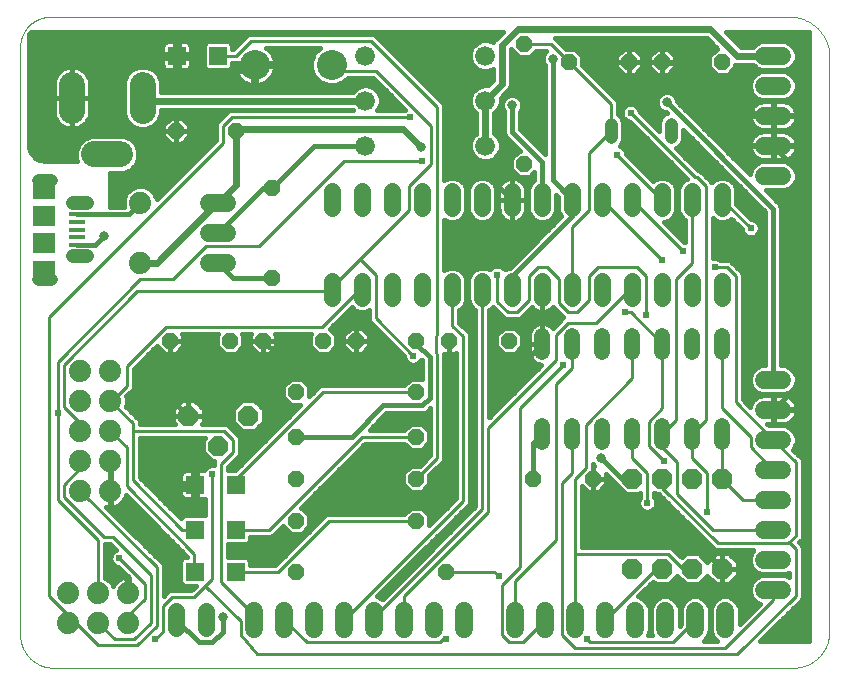
<source format=gtl>
G75*
%MOIN*%
%OFA0B0*%
%FSLAX25Y25*%
%IPPOS*%
%LPD*%
%AMOC8*
5,1,8,0,0,1.08239X$1,22.5*
%
%ADD10C,0.00000*%
%ADD11C,0.06000*%
%ADD12OC8,0.05200*%
%ADD13C,0.06600*%
%ADD14C,0.07400*%
%ADD15C,0.08600*%
%ADD16C,0.05200*%
%ADD17R,0.05906X0.05906*%
%ADD18OC8,0.06800*%
%ADD19C,0.05600*%
%ADD20C,0.10000*%
%ADD21C,0.04400*%
%ADD22OC8,0.06600*%
%ADD23C,0.04362*%
%ADD24C,0.04756*%
%ADD25R,0.05315X0.01575*%
%ADD26R,0.07480X0.07087*%
%ADD27R,0.07480X0.06201*%
%ADD28C,0.01600*%
%ADD29C,0.03200*%
%ADD30C,0.01000*%
%ADD31C,0.02400*%
%ADD32C,0.02400*%
D10*
X0014520Y0012000D02*
X0014520Y0207961D01*
X0014523Y0208203D01*
X0014532Y0208444D01*
X0014546Y0208685D01*
X0014567Y0208926D01*
X0014593Y0209166D01*
X0014625Y0209406D01*
X0014663Y0209645D01*
X0014706Y0209882D01*
X0014756Y0210119D01*
X0014811Y0210354D01*
X0014871Y0210588D01*
X0014938Y0210820D01*
X0015009Y0211051D01*
X0015087Y0211280D01*
X0015170Y0211507D01*
X0015258Y0211732D01*
X0015352Y0211955D01*
X0015451Y0212175D01*
X0015556Y0212393D01*
X0015665Y0212608D01*
X0015780Y0212821D01*
X0015900Y0213031D01*
X0016025Y0213237D01*
X0016155Y0213441D01*
X0016290Y0213642D01*
X0016430Y0213839D01*
X0016574Y0214033D01*
X0016723Y0214223D01*
X0016877Y0214409D01*
X0017035Y0214592D01*
X0017197Y0214771D01*
X0017364Y0214946D01*
X0017535Y0215117D01*
X0017710Y0215284D01*
X0017889Y0215446D01*
X0018072Y0215604D01*
X0018258Y0215758D01*
X0018448Y0215907D01*
X0018642Y0216051D01*
X0018839Y0216191D01*
X0019040Y0216326D01*
X0019244Y0216456D01*
X0019450Y0216581D01*
X0019660Y0216701D01*
X0019873Y0216816D01*
X0020088Y0216925D01*
X0020306Y0217030D01*
X0020526Y0217129D01*
X0020749Y0217223D01*
X0020974Y0217311D01*
X0021201Y0217394D01*
X0021430Y0217472D01*
X0021661Y0217543D01*
X0021893Y0217610D01*
X0022127Y0217670D01*
X0022362Y0217725D01*
X0022599Y0217775D01*
X0022836Y0217818D01*
X0023075Y0217856D01*
X0023315Y0217888D01*
X0023555Y0217914D01*
X0023796Y0217935D01*
X0024037Y0217949D01*
X0024278Y0217958D01*
X0024520Y0217961D01*
X0269205Y0217961D01*
X0284220Y0205945D02*
X0284220Y0013000D01*
X0284216Y0012710D01*
X0284206Y0012420D01*
X0284188Y0012131D01*
X0284164Y0011842D01*
X0284133Y0011554D01*
X0284094Y0011266D01*
X0284049Y0010980D01*
X0283996Y0010694D01*
X0283937Y0010411D01*
X0283871Y0010128D01*
X0283799Y0009848D01*
X0283719Y0009569D01*
X0283633Y0009292D01*
X0283540Y0009017D01*
X0283440Y0008745D01*
X0283334Y0008475D01*
X0283222Y0008208D01*
X0283102Y0007943D01*
X0282977Y0007682D01*
X0282845Y0007423D01*
X0282708Y0007168D01*
X0282564Y0006916D01*
X0282414Y0006668D01*
X0282258Y0006424D01*
X0282096Y0006183D01*
X0281928Y0005947D01*
X0281755Y0005714D01*
X0281576Y0005486D01*
X0281392Y0005262D01*
X0281202Y0005043D01*
X0281007Y0004828D01*
X0280807Y0004618D01*
X0280602Y0004413D01*
X0280392Y0004213D01*
X0280177Y0004018D01*
X0279958Y0003828D01*
X0279734Y0003644D01*
X0279506Y0003465D01*
X0279273Y0003292D01*
X0279037Y0003124D01*
X0278796Y0002962D01*
X0278552Y0002806D01*
X0278304Y0002656D01*
X0278052Y0002512D01*
X0277797Y0002375D01*
X0277538Y0002243D01*
X0277277Y0002118D01*
X0277012Y0001998D01*
X0276745Y0001886D01*
X0276475Y0001780D01*
X0276203Y0001680D01*
X0275928Y0001587D01*
X0275651Y0001501D01*
X0275372Y0001421D01*
X0275092Y0001349D01*
X0274809Y0001283D01*
X0274526Y0001224D01*
X0274240Y0001171D01*
X0273954Y0001126D01*
X0273666Y0001087D01*
X0273378Y0001056D01*
X0273089Y0001032D01*
X0272800Y0001014D01*
X0272510Y0001004D01*
X0272220Y0001000D01*
X0025520Y0001000D01*
X0025250Y0001003D01*
X0024980Y0001013D01*
X0024711Y0001030D01*
X0024442Y0001053D01*
X0024173Y0001083D01*
X0023906Y0001119D01*
X0023639Y0001162D01*
X0023374Y0001211D01*
X0023110Y0001267D01*
X0022847Y0001330D01*
X0022586Y0001398D01*
X0022327Y0001474D01*
X0022070Y0001555D01*
X0021814Y0001643D01*
X0021561Y0001737D01*
X0021310Y0001837D01*
X0021062Y0001944D01*
X0020817Y0002056D01*
X0020574Y0002175D01*
X0020335Y0002299D01*
X0020098Y0002429D01*
X0019865Y0002565D01*
X0019635Y0002707D01*
X0019409Y0002854D01*
X0019186Y0003007D01*
X0018967Y0003165D01*
X0018752Y0003328D01*
X0018542Y0003497D01*
X0018335Y0003671D01*
X0018133Y0003850D01*
X0017935Y0004033D01*
X0017742Y0004222D01*
X0017553Y0004415D01*
X0017370Y0004613D01*
X0017191Y0004815D01*
X0017017Y0005022D01*
X0016848Y0005232D01*
X0016685Y0005447D01*
X0016527Y0005666D01*
X0016374Y0005889D01*
X0016227Y0006115D01*
X0016085Y0006345D01*
X0015949Y0006578D01*
X0015819Y0006815D01*
X0015695Y0007054D01*
X0015576Y0007297D01*
X0015464Y0007542D01*
X0015357Y0007790D01*
X0015257Y0008041D01*
X0015163Y0008294D01*
X0015075Y0008550D01*
X0014994Y0008807D01*
X0014918Y0009066D01*
X0014850Y0009327D01*
X0014787Y0009590D01*
X0014731Y0009854D01*
X0014682Y0010119D01*
X0014639Y0010386D01*
X0014603Y0010653D01*
X0014573Y0010922D01*
X0014550Y0011191D01*
X0014533Y0011460D01*
X0014523Y0011730D01*
X0014520Y0012000D01*
X0269205Y0217961D02*
X0269532Y0217993D01*
X0269860Y0218018D01*
X0270188Y0218034D01*
X0270516Y0218043D01*
X0270845Y0218043D01*
X0271174Y0218036D01*
X0271502Y0218021D01*
X0271830Y0217997D01*
X0272157Y0217966D01*
X0272483Y0217927D01*
X0272808Y0217880D01*
X0273132Y0217826D01*
X0273455Y0217763D01*
X0273776Y0217693D01*
X0274095Y0217615D01*
X0274413Y0217529D01*
X0274728Y0217435D01*
X0275040Y0217334D01*
X0275350Y0217226D01*
X0275658Y0217110D01*
X0275963Y0216987D01*
X0276264Y0216856D01*
X0276562Y0216718D01*
X0276857Y0216573D01*
X0277148Y0216421D01*
X0277436Y0216261D01*
X0277720Y0216095D01*
X0277999Y0215922D01*
X0278274Y0215743D01*
X0278545Y0215557D01*
X0278811Y0215364D01*
X0279073Y0215165D01*
X0279329Y0214960D01*
X0279581Y0214748D01*
X0279827Y0214531D01*
X0280068Y0214307D01*
X0280304Y0214078D01*
X0280534Y0213843D01*
X0280758Y0213603D01*
X0280976Y0213357D01*
X0281189Y0213107D01*
X0281395Y0212851D01*
X0281595Y0212590D01*
X0281789Y0212325D01*
X0281976Y0212054D01*
X0282156Y0211780D01*
X0282330Y0211501D01*
X0282497Y0211218D01*
X0282658Y0210931D01*
X0282811Y0210640D01*
X0282957Y0210346D01*
X0283096Y0210048D01*
X0283228Y0209747D01*
X0283352Y0209443D01*
X0283469Y0209136D01*
X0283579Y0208826D01*
X0283681Y0208514D01*
X0283776Y0208199D01*
X0283862Y0207882D01*
X0283942Y0207563D01*
X0284013Y0207243D01*
X0284077Y0206920D01*
X0284133Y0206596D01*
X0284181Y0206271D01*
X0284221Y0205945D01*
D11*
X0268520Y0205000D02*
X0262520Y0205000D01*
X0262520Y0195000D02*
X0268520Y0195000D01*
X0268520Y0185000D02*
X0262520Y0185000D01*
X0262520Y0175000D02*
X0268520Y0175000D01*
X0268520Y0165000D02*
X0262520Y0165000D01*
X0262520Y0097000D02*
X0268520Y0097000D01*
X0268520Y0087000D02*
X0262520Y0087000D01*
X0262520Y0077000D02*
X0268520Y0077000D01*
X0268520Y0067000D02*
X0262520Y0067000D01*
X0262520Y0057000D02*
X0268520Y0057000D01*
X0268520Y0047000D02*
X0262520Y0047000D01*
X0262520Y0037000D02*
X0268520Y0037000D01*
X0268520Y0027000D02*
X0262520Y0027000D01*
X0249520Y0020000D02*
X0249520Y0014000D01*
X0239520Y0014000D02*
X0239520Y0020000D01*
X0229520Y0020000D02*
X0229520Y0014000D01*
X0219520Y0014000D02*
X0219520Y0020000D01*
X0209520Y0020000D02*
X0209520Y0014000D01*
X0199520Y0014000D02*
X0199520Y0020000D01*
X0189520Y0020000D02*
X0189520Y0014000D01*
X0179520Y0014000D02*
X0179520Y0020000D01*
X0162520Y0020000D02*
X0162520Y0014000D01*
X0152520Y0014000D02*
X0152520Y0020000D01*
X0142520Y0020000D02*
X0142520Y0014000D01*
X0132520Y0014000D02*
X0132520Y0020000D01*
X0122520Y0020000D02*
X0122520Y0014000D01*
X0112520Y0014000D02*
X0112520Y0020000D01*
X0102520Y0020000D02*
X0102520Y0014000D01*
X0092520Y0014000D02*
X0092520Y0020000D01*
X0083520Y0136000D02*
X0077520Y0136000D01*
X0077520Y0146000D02*
X0083520Y0146000D01*
X0083520Y0156000D02*
X0077520Y0156000D01*
D12*
X0098520Y0161000D03*
X0086520Y0180000D03*
X0066520Y0180000D03*
X0098520Y0131000D03*
X0095520Y0110000D03*
X0084520Y0110000D03*
X0064520Y0110000D03*
X0106520Y0093000D03*
X0106520Y0078000D03*
X0106520Y0064000D03*
X0106520Y0050000D03*
X0106520Y0033000D03*
X0146520Y0050000D03*
X0146520Y0064000D03*
X0146520Y0078000D03*
X0146520Y0093000D03*
X0146520Y0110000D03*
X0157520Y0110000D03*
X0177520Y0110000D03*
X0126520Y0110000D03*
X0115520Y0110000D03*
X0185520Y0064000D03*
X0205520Y0064000D03*
X0156520Y0033000D03*
X0182520Y0169000D03*
X0197520Y0203000D03*
X0182520Y0209000D03*
X0217520Y0203000D03*
X0228520Y0203000D03*
X0248520Y0203000D03*
D13*
X0169520Y0205000D03*
X0169520Y0190000D03*
X0169520Y0175000D03*
X0129520Y0175000D03*
X0129520Y0190000D03*
X0129520Y0205000D03*
D14*
X0054520Y0156000D03*
X0054520Y0136000D03*
X0044520Y0100000D03*
X0034520Y0100000D03*
X0034520Y0090000D03*
X0044520Y0090000D03*
X0044520Y0080000D03*
X0034520Y0080000D03*
X0034520Y0070000D03*
X0044520Y0070000D03*
X0044520Y0060000D03*
X0034520Y0060000D03*
X0030520Y0026000D03*
X0040520Y0026000D03*
X0050520Y0026000D03*
X0050520Y0016000D03*
X0040520Y0016000D03*
X0030520Y0016000D03*
D15*
X0039220Y0172102D02*
X0047820Y0172102D01*
X0055331Y0186700D02*
X0055331Y0195300D01*
X0031709Y0195300D02*
X0031709Y0186700D01*
D16*
X0188520Y0111600D02*
X0188520Y0106400D01*
X0198520Y0106400D02*
X0198520Y0111600D01*
X0208520Y0111600D02*
X0208520Y0106400D01*
X0218520Y0106400D02*
X0218520Y0111600D01*
X0228520Y0111600D02*
X0228520Y0106400D01*
X0238520Y0106400D02*
X0238520Y0111600D01*
X0248520Y0111600D02*
X0248520Y0106400D01*
X0248520Y0081600D02*
X0248520Y0076400D01*
X0238520Y0076400D02*
X0238520Y0081600D01*
X0228520Y0081600D02*
X0228520Y0076400D01*
X0218520Y0076400D02*
X0218520Y0081600D01*
X0208520Y0081600D02*
X0208520Y0076400D01*
X0198520Y0076400D02*
X0198520Y0081600D01*
X0188520Y0081600D02*
X0188520Y0076400D01*
D17*
X0086409Y0062000D03*
X0072630Y0062000D03*
X0072630Y0047000D03*
X0086409Y0047000D03*
X0086409Y0033000D03*
X0072630Y0033000D03*
X0066630Y0205000D03*
X0080409Y0205000D03*
D18*
X0218520Y0064000D03*
X0228520Y0064000D03*
X0238520Y0064000D03*
X0248520Y0064000D03*
X0248520Y0034000D03*
X0238520Y0034000D03*
X0228520Y0034000D03*
X0218520Y0034000D03*
D19*
X0218520Y0124200D02*
X0218520Y0129800D01*
X0228520Y0129800D02*
X0228520Y0124200D01*
X0238520Y0124200D02*
X0238520Y0129800D01*
X0248520Y0129800D02*
X0248520Y0124200D01*
X0248520Y0154200D02*
X0248520Y0159800D01*
X0238520Y0159800D02*
X0238520Y0154200D01*
X0228520Y0154200D02*
X0228520Y0159800D01*
X0218520Y0159800D02*
X0218520Y0154200D01*
X0208520Y0154200D02*
X0208520Y0159800D01*
X0198520Y0159800D02*
X0198520Y0154200D01*
X0188520Y0154200D02*
X0188520Y0159800D01*
X0178520Y0159800D02*
X0178520Y0154200D01*
X0168520Y0154200D02*
X0168520Y0159800D01*
X0158520Y0159800D02*
X0158520Y0154200D01*
X0148520Y0154200D02*
X0148520Y0159800D01*
X0138520Y0159800D02*
X0138520Y0154200D01*
X0128520Y0154200D02*
X0128520Y0159800D01*
X0118520Y0159800D02*
X0118520Y0154200D01*
X0118520Y0129800D02*
X0118520Y0124200D01*
X0128520Y0124200D02*
X0128520Y0129800D01*
X0138520Y0129800D02*
X0138520Y0124200D01*
X0148520Y0124200D02*
X0148520Y0129800D01*
X0158520Y0129800D02*
X0158520Y0124200D01*
X0168520Y0124200D02*
X0168520Y0129800D01*
X0178520Y0129800D02*
X0178520Y0124200D01*
X0188520Y0124200D02*
X0188520Y0129800D01*
X0198520Y0129800D02*
X0198520Y0124200D01*
X0208520Y0124200D02*
X0208520Y0129800D01*
X0076520Y0019800D02*
X0076520Y0014200D01*
X0066520Y0014200D02*
X0066520Y0019800D01*
D20*
X0092724Y0202000D03*
X0118315Y0202000D03*
D21*
X0211520Y0182200D02*
X0211520Y0177800D01*
X0231520Y0177800D02*
X0231520Y0182200D01*
D22*
X0090520Y0085000D03*
X0080520Y0075000D03*
X0070520Y0085000D03*
D23*
X0024701Y0130563D02*
X0020339Y0130563D01*
X0020339Y0163437D02*
X0024701Y0163437D01*
D24*
X0031953Y0155760D02*
X0036709Y0155760D01*
X0036709Y0138240D02*
X0031953Y0138240D01*
D25*
X0033543Y0141882D03*
X0033543Y0144441D03*
X0033543Y0147000D03*
X0033543Y0149559D03*
X0033543Y0152118D03*
D26*
X0022520Y0151528D03*
X0022520Y0142472D03*
D27*
X0022520Y0133663D03*
X0022520Y0160337D03*
D28*
X0022520Y0170000D02*
X0021651Y0170076D01*
X0020810Y0170302D01*
X0020020Y0170670D01*
X0019306Y0171170D01*
X0018689Y0171786D01*
X0018190Y0172500D01*
X0017821Y0173290D01*
X0017596Y0174132D01*
X0017520Y0175000D01*
X0017520Y0212105D01*
X0018170Y0213000D01*
X0175277Y0213000D01*
X0173320Y0211043D01*
X0172476Y0210199D01*
X0172157Y0209428D01*
X0170534Y0210100D01*
X0168505Y0210100D01*
X0166631Y0209324D01*
X0165196Y0207889D01*
X0164420Y0206014D01*
X0164420Y0203986D01*
X0165196Y0202111D01*
X0166631Y0200676D01*
X0168505Y0199900D01*
X0170534Y0199900D01*
X0172020Y0200515D01*
X0172020Y0196743D01*
X0170377Y0195100D01*
X0168505Y0195100D01*
X0166631Y0194324D01*
X0165196Y0192889D01*
X0164420Y0191014D01*
X0164420Y0188986D01*
X0165196Y0187111D01*
X0166520Y0185788D01*
X0166520Y0179212D01*
X0165196Y0177889D01*
X0164420Y0176014D01*
X0164420Y0173986D01*
X0165196Y0172111D01*
X0166631Y0170676D01*
X0168505Y0169900D01*
X0170534Y0169900D01*
X0172409Y0170676D01*
X0173843Y0172111D01*
X0174620Y0173986D01*
X0174620Y0176014D01*
X0173843Y0177889D01*
X0172520Y0179212D01*
X0172520Y0185788D01*
X0173843Y0187111D01*
X0174620Y0188986D01*
X0174620Y0190857D01*
X0177563Y0193801D01*
X0178020Y0194903D01*
X0178020Y0207257D01*
X0178120Y0207357D01*
X0178120Y0207177D01*
X0180697Y0204600D01*
X0184342Y0204600D01*
X0186442Y0206700D01*
X0189911Y0206700D01*
X0189137Y0205926D01*
X0188620Y0204676D01*
X0188620Y0203324D01*
X0189137Y0202074D01*
X0189420Y0201792D01*
X0189420Y0172277D01*
X0181120Y0180577D01*
X0181120Y0186292D01*
X0181402Y0186574D01*
X0181920Y0187824D01*
X0181920Y0189176D01*
X0181402Y0190426D01*
X0180446Y0191382D01*
X0179196Y0191900D01*
X0177843Y0191900D01*
X0176594Y0191382D01*
X0175637Y0190426D01*
X0175120Y0189176D01*
X0175120Y0187824D01*
X0175637Y0186574D01*
X0175920Y0186292D01*
X0175920Y0178983D01*
X0176316Y0178027D01*
X0180943Y0173400D01*
X0180697Y0173400D01*
X0178120Y0170823D01*
X0178120Y0167177D01*
X0180697Y0164600D01*
X0184342Y0164600D01*
X0185920Y0166177D01*
X0185920Y0163702D01*
X0185914Y0163700D01*
X0184620Y0162406D01*
X0183920Y0160715D01*
X0183920Y0153285D01*
X0184620Y0151594D01*
X0185914Y0150300D01*
X0187605Y0149600D01*
X0189435Y0149600D01*
X0191125Y0150300D01*
X0192419Y0151594D01*
X0193120Y0153285D01*
X0193120Y0158723D01*
X0193920Y0157923D01*
X0193920Y0153285D01*
X0194620Y0151594D01*
X0194779Y0151436D01*
X0177743Y0134400D01*
X0177605Y0134400D01*
X0176019Y0133743D01*
X0175219Y0134543D01*
X0174116Y0135000D01*
X0172923Y0135000D01*
X0171820Y0134543D01*
X0171020Y0133743D01*
X0169435Y0134400D01*
X0167605Y0134400D01*
X0165914Y0133700D01*
X0164620Y0132406D01*
X0163920Y0130715D01*
X0163920Y0123285D01*
X0164620Y0121594D01*
X0165914Y0120300D01*
X0166220Y0120174D01*
X0166220Y0054953D01*
X0135287Y0024020D01*
X0135239Y0024069D01*
X0133544Y0024771D01*
X0164320Y0055547D01*
X0164320Y0112453D01*
X0162972Y0113800D01*
X0160820Y0115953D01*
X0160820Y0120174D01*
X0161125Y0120300D01*
X0162419Y0121594D01*
X0163120Y0123285D01*
X0163120Y0130715D01*
X0162419Y0132406D01*
X0161125Y0133700D01*
X0159435Y0134400D01*
X0157605Y0134400D01*
X0155914Y0133700D01*
X0155820Y0133605D01*
X0155820Y0150395D01*
X0155914Y0150300D01*
X0157605Y0149600D01*
X0159435Y0149600D01*
X0161125Y0150300D01*
X0162419Y0151594D01*
X0163120Y0153285D01*
X0163120Y0160715D01*
X0162419Y0162406D01*
X0161125Y0163700D01*
X0159435Y0164400D01*
X0157605Y0164400D01*
X0155914Y0163700D01*
X0155820Y0163605D01*
X0155820Y0188953D01*
X0154472Y0190300D01*
X0132472Y0212300D01*
X0090567Y0212300D01*
X0089220Y0210953D01*
X0085567Y0207300D01*
X0085162Y0207300D01*
X0085162Y0208698D01*
X0084108Y0209753D01*
X0076711Y0209753D01*
X0075657Y0208698D01*
X0075657Y0201302D01*
X0076711Y0200247D01*
X0084108Y0200247D01*
X0085162Y0201302D01*
X0085162Y0202700D01*
X0085958Y0202700D01*
X0085929Y0202480D01*
X0092245Y0202480D01*
X0092245Y0201520D01*
X0093204Y0201520D01*
X0093204Y0195204D01*
X0094054Y0195316D01*
X0094915Y0195547D01*
X0095738Y0195888D01*
X0096510Y0196334D01*
X0097218Y0196877D01*
X0097848Y0197507D01*
X0098391Y0198214D01*
X0098836Y0198986D01*
X0099177Y0199810D01*
X0099408Y0200671D01*
X0099520Y0201520D01*
X0093204Y0201520D01*
X0093204Y0202480D01*
X0099520Y0202480D01*
X0099408Y0203329D01*
X0099177Y0204190D01*
X0098836Y0205014D01*
X0098391Y0205786D01*
X0097848Y0206493D01*
X0097218Y0207123D01*
X0096510Y0207666D01*
X0096452Y0207700D01*
X0114398Y0207700D01*
X0112550Y0205852D01*
X0111515Y0203353D01*
X0111515Y0200647D01*
X0112550Y0198148D01*
X0114463Y0196235D01*
X0116962Y0195200D01*
X0119668Y0195200D01*
X0122167Y0196235D01*
X0123632Y0197700D01*
X0132067Y0197700D01*
X0142772Y0186995D01*
X0142577Y0186800D01*
X0133532Y0186800D01*
X0133843Y0187111D01*
X0134620Y0188986D01*
X0134620Y0191014D01*
X0133843Y0192889D01*
X0132409Y0194324D01*
X0130534Y0195100D01*
X0128505Y0195100D01*
X0126631Y0194324D01*
X0125307Y0193000D01*
X0061431Y0193000D01*
X0061431Y0196513D01*
X0060502Y0198755D01*
X0058786Y0200471D01*
X0056544Y0201400D01*
X0054117Y0201400D01*
X0051875Y0200471D01*
X0050159Y0198755D01*
X0049231Y0196513D01*
X0049231Y0185487D01*
X0050159Y0183245D01*
X0051875Y0181529D01*
X0054117Y0180600D01*
X0056544Y0180600D01*
X0058786Y0181529D01*
X0060502Y0183245D01*
X0061431Y0185487D01*
X0061431Y0187000D01*
X0125307Y0187000D01*
X0125507Y0186800D01*
X0084067Y0186800D01*
X0082720Y0185453D01*
X0079720Y0182453D01*
X0079720Y0176953D01*
X0059973Y0157206D01*
X0059182Y0159115D01*
X0057635Y0160663D01*
X0055614Y0161500D01*
X0053426Y0161500D01*
X0051404Y0160663D01*
X0049857Y0159115D01*
X0049020Y0157094D01*
X0049020Y0154906D01*
X0049098Y0154718D01*
X0044520Y0154718D01*
X0044520Y0166002D01*
X0049033Y0166002D01*
X0051275Y0166931D01*
X0052991Y0168647D01*
X0053920Y0170889D01*
X0053920Y0173316D01*
X0052991Y0175558D01*
X0051275Y0177274D01*
X0049033Y0178202D01*
X0038006Y0178202D01*
X0035764Y0177274D01*
X0034048Y0175558D01*
X0033120Y0173316D01*
X0033120Y0170889D01*
X0033488Y0170000D01*
X0022520Y0170000D01*
X0019490Y0171041D02*
X0033120Y0171041D01*
X0033120Y0172639D02*
X0018125Y0172639D01*
X0017586Y0174238D02*
X0033502Y0174238D01*
X0034327Y0175836D02*
X0017520Y0175836D01*
X0017520Y0177435D02*
X0036153Y0177435D01*
X0034050Y0181047D02*
X0034906Y0181483D01*
X0035683Y0182047D01*
X0036361Y0182726D01*
X0036926Y0183503D01*
X0037362Y0184358D01*
X0037658Y0185272D01*
X0037809Y0186220D01*
X0037809Y0191000D01*
X0037809Y0195780D01*
X0037658Y0196728D01*
X0037362Y0197642D01*
X0036926Y0198497D01*
X0036361Y0199274D01*
X0035683Y0199953D01*
X0034906Y0200517D01*
X0034050Y0200953D01*
X0033137Y0201250D01*
X0032189Y0201400D01*
X0031709Y0201400D01*
X0031709Y0191000D01*
X0037809Y0191000D01*
X0031709Y0191000D01*
X0031709Y0191000D01*
X0031709Y0180600D01*
X0032189Y0180600D01*
X0033137Y0180750D01*
X0034050Y0181047D01*
X0032389Y0180632D02*
X0054041Y0180632D01*
X0056621Y0180632D02*
X0062120Y0180632D01*
X0062120Y0180000D02*
X0066520Y0180000D01*
X0070920Y0180000D01*
X0070920Y0181823D01*
X0068342Y0184400D01*
X0066520Y0184400D01*
X0066520Y0180000D01*
X0066520Y0180000D01*
X0070920Y0180000D01*
X0070920Y0178177D01*
X0068342Y0175600D01*
X0066520Y0175600D01*
X0066520Y0180000D01*
X0066520Y0180000D01*
X0066520Y0180000D01*
X0066520Y0175600D01*
X0064697Y0175600D01*
X0062120Y0178177D01*
X0062120Y0180000D01*
X0066520Y0180000D01*
X0066520Y0184400D01*
X0064697Y0184400D01*
X0062120Y0181823D01*
X0062120Y0180000D01*
X0062120Y0179033D02*
X0017520Y0179033D01*
X0017520Y0180632D02*
X0031028Y0180632D01*
X0031229Y0180600D02*
X0031709Y0180600D01*
X0031709Y0191000D01*
X0031709Y0191000D01*
X0031709Y0191000D01*
X0031709Y0201400D01*
X0031229Y0201400D01*
X0030280Y0201250D01*
X0029367Y0200953D01*
X0028512Y0200517D01*
X0027735Y0199953D01*
X0027056Y0199274D01*
X0026491Y0198497D01*
X0026056Y0197642D01*
X0025759Y0196728D01*
X0025609Y0195780D01*
X0025609Y0191000D01*
X0025609Y0186220D01*
X0025759Y0185272D01*
X0026056Y0184358D01*
X0026491Y0183503D01*
X0027056Y0182726D01*
X0027735Y0182047D01*
X0028512Y0181483D01*
X0029367Y0181047D01*
X0030280Y0180750D01*
X0031229Y0180600D01*
X0031709Y0180632D02*
X0031709Y0180632D01*
X0031709Y0182230D02*
X0031709Y0182230D01*
X0031709Y0183829D02*
X0031709Y0183829D01*
X0031709Y0185427D02*
X0031709Y0185427D01*
X0031709Y0187026D02*
X0031709Y0187026D01*
X0031709Y0188624D02*
X0031709Y0188624D01*
X0031709Y0190223D02*
X0031709Y0190223D01*
X0031709Y0191000D02*
X0025609Y0191000D01*
X0031709Y0191000D01*
X0031709Y0191000D01*
X0031709Y0191821D02*
X0031709Y0191821D01*
X0031709Y0193420D02*
X0031709Y0193420D01*
X0031709Y0195018D02*
X0031709Y0195018D01*
X0031709Y0196617D02*
X0031709Y0196617D01*
X0031709Y0198215D02*
X0031709Y0198215D01*
X0031709Y0199814D02*
X0031709Y0199814D01*
X0035821Y0199814D02*
X0051218Y0199814D01*
X0049936Y0198215D02*
X0037069Y0198215D01*
X0037676Y0196617D02*
X0049274Y0196617D01*
X0049231Y0195018D02*
X0037809Y0195018D01*
X0037809Y0193420D02*
X0049231Y0193420D01*
X0049231Y0191821D02*
X0037809Y0191821D01*
X0037809Y0190223D02*
X0049231Y0190223D01*
X0049231Y0188624D02*
X0037809Y0188624D01*
X0037809Y0187026D02*
X0049231Y0187026D01*
X0049255Y0185427D02*
X0037683Y0185427D01*
X0037092Y0183829D02*
X0049917Y0183829D01*
X0051174Y0182230D02*
X0035866Y0182230D01*
X0027552Y0182230D02*
X0017520Y0182230D01*
X0017520Y0183829D02*
X0026325Y0183829D01*
X0025734Y0185427D02*
X0017520Y0185427D01*
X0017520Y0187026D02*
X0025609Y0187026D01*
X0025609Y0188624D02*
X0017520Y0188624D01*
X0017520Y0190223D02*
X0025609Y0190223D01*
X0025609Y0191821D02*
X0017520Y0191821D01*
X0017520Y0193420D02*
X0025609Y0193420D01*
X0025609Y0195018D02*
X0017520Y0195018D01*
X0017520Y0196617D02*
X0025741Y0196617D01*
X0026348Y0198215D02*
X0017520Y0198215D01*
X0017520Y0199814D02*
X0027596Y0199814D01*
X0017520Y0201412D02*
X0061984Y0201412D01*
X0062000Y0201352D02*
X0062237Y0200942D01*
X0062572Y0200607D01*
X0062982Y0200370D01*
X0063440Y0200247D01*
X0065954Y0200247D01*
X0065954Y0204324D01*
X0067306Y0204324D01*
X0067306Y0205676D01*
X0071383Y0205676D01*
X0071383Y0208190D01*
X0071260Y0208648D01*
X0071023Y0209058D01*
X0070688Y0209393D01*
X0070277Y0209630D01*
X0069820Y0209753D01*
X0067306Y0209753D01*
X0067306Y0205676D01*
X0065954Y0205676D01*
X0065954Y0209753D01*
X0063440Y0209753D01*
X0062982Y0209630D01*
X0062572Y0209393D01*
X0062237Y0209058D01*
X0062000Y0208648D01*
X0061877Y0208190D01*
X0061877Y0205676D01*
X0065953Y0205676D01*
X0065953Y0204324D01*
X0061877Y0204324D01*
X0061877Y0201810D01*
X0062000Y0201352D01*
X0061877Y0203011D02*
X0017520Y0203011D01*
X0017520Y0204609D02*
X0065953Y0204609D01*
X0066630Y0205000D02*
X0071520Y0205000D01*
X0079020Y0212500D01*
X0132520Y0212500D01*
X0164020Y0181000D01*
X0164020Y0171500D01*
X0178520Y0157000D01*
X0178556Y0157037D02*
X0183120Y0157037D01*
X0183120Y0160162D01*
X0183006Y0160877D01*
X0182783Y0161566D01*
X0182454Y0162211D01*
X0182028Y0162797D01*
X0181516Y0163309D01*
X0180931Y0163734D01*
X0180285Y0164063D01*
X0179597Y0164287D01*
X0178882Y0164400D01*
X0178556Y0164400D01*
X0178556Y0157037D01*
X0178483Y0157037D01*
X0178483Y0164400D01*
X0178158Y0164400D01*
X0177443Y0164287D01*
X0176754Y0164063D01*
X0176109Y0163734D01*
X0175523Y0163309D01*
X0175011Y0162797D01*
X0174585Y0162211D01*
X0174257Y0161566D01*
X0174033Y0160877D01*
X0173920Y0160162D01*
X0173920Y0157037D01*
X0178483Y0157037D01*
X0178483Y0156963D01*
X0178556Y0156963D01*
X0178556Y0149600D01*
X0178882Y0149600D01*
X0179597Y0149713D01*
X0180285Y0149937D01*
X0180931Y0150266D01*
X0181516Y0150691D01*
X0182028Y0151203D01*
X0182454Y0151789D01*
X0182783Y0152434D01*
X0183006Y0153123D01*
X0183120Y0153838D01*
X0183120Y0156963D01*
X0178556Y0156963D01*
X0178556Y0157037D01*
X0178483Y0156963D02*
X0178483Y0149600D01*
X0178158Y0149600D01*
X0177443Y0149713D01*
X0176754Y0149937D01*
X0176109Y0150266D01*
X0175523Y0150691D01*
X0175011Y0151203D01*
X0174585Y0151789D01*
X0174257Y0152434D01*
X0174033Y0153123D01*
X0173920Y0153838D01*
X0173920Y0156963D01*
X0178483Y0156963D01*
X0178483Y0156654D02*
X0178556Y0156654D01*
X0178556Y0155056D02*
X0178483Y0155056D01*
X0178483Y0153457D02*
X0178556Y0153457D01*
X0178556Y0151859D02*
X0178483Y0151859D01*
X0178483Y0150260D02*
X0178556Y0150260D01*
X0180919Y0150260D02*
X0186011Y0150260D01*
X0184511Y0151859D02*
X0182489Y0151859D01*
X0183059Y0153457D02*
X0183920Y0153457D01*
X0183920Y0155056D02*
X0183120Y0155056D01*
X0183120Y0156654D02*
X0183920Y0156654D01*
X0183920Y0158253D02*
X0183120Y0158253D01*
X0183120Y0159851D02*
X0183920Y0159851D01*
X0184224Y0161450D02*
X0182820Y0161450D01*
X0181777Y0163048D02*
X0185262Y0163048D01*
X0185920Y0164647D02*
X0184389Y0164647D01*
X0180650Y0164647D02*
X0155820Y0164647D01*
X0155820Y0166245D02*
X0179052Y0166245D01*
X0178120Y0167844D02*
X0155820Y0167844D01*
X0155820Y0169442D02*
X0178120Y0169442D01*
X0178338Y0171041D02*
X0172773Y0171041D01*
X0174062Y0172639D02*
X0179936Y0172639D01*
X0180105Y0174238D02*
X0174620Y0174238D01*
X0174620Y0175836D02*
X0178506Y0175836D01*
X0176908Y0177435D02*
X0174031Y0177435D01*
X0172699Y0179033D02*
X0175920Y0179033D01*
X0175920Y0180632D02*
X0172520Y0180632D01*
X0172520Y0182230D02*
X0175920Y0182230D01*
X0175920Y0183829D02*
X0172520Y0183829D01*
X0172520Y0185427D02*
X0175920Y0185427D01*
X0175450Y0187026D02*
X0173758Y0187026D01*
X0174470Y0188624D02*
X0175120Y0188624D01*
X0175553Y0190223D02*
X0174620Y0190223D01*
X0175584Y0191821D02*
X0177654Y0191821D01*
X0177182Y0193420D02*
X0189420Y0193420D01*
X0189420Y0195018D02*
X0178020Y0195018D01*
X0178020Y0196617D02*
X0189420Y0196617D01*
X0189420Y0198215D02*
X0178020Y0198215D01*
X0178020Y0199814D02*
X0189420Y0199814D01*
X0189420Y0201412D02*
X0178020Y0201412D01*
X0178020Y0203011D02*
X0188749Y0203011D01*
X0188620Y0204609D02*
X0184352Y0204609D01*
X0185950Y0206208D02*
X0189419Y0206208D01*
X0192020Y0204000D02*
X0192020Y0163500D01*
X0198520Y0157000D01*
X0198520Y0151500D01*
X0178520Y0131500D01*
X0178520Y0127000D01*
X0184972Y0121200D02*
X0184996Y0121224D01*
X0185011Y0121203D01*
X0185523Y0120691D01*
X0186109Y0120266D01*
X0186754Y0119937D01*
X0187443Y0119713D01*
X0188158Y0119600D01*
X0188483Y0119600D01*
X0188483Y0126963D01*
X0188556Y0126963D01*
X0188556Y0119600D01*
X0188882Y0119600D01*
X0189597Y0119713D01*
X0190285Y0119937D01*
X0190931Y0120266D01*
X0191516Y0120691D01*
X0192028Y0121203D01*
X0192043Y0121224D01*
X0194720Y0118547D01*
X0195517Y0117750D01*
X0192067Y0114300D01*
X0192026Y0114259D01*
X0191876Y0114466D01*
X0191386Y0114956D01*
X0190826Y0115363D01*
X0190209Y0115678D01*
X0189550Y0115892D01*
X0188866Y0116000D01*
X0188520Y0116000D01*
X0188520Y0109000D01*
X0188520Y0109000D01*
X0172020Y0092500D01*
X0170820Y0092714D02*
X0178981Y0092714D01*
X0180579Y0094312D02*
X0170820Y0094312D01*
X0170820Y0095911D02*
X0182178Y0095911D01*
X0183776Y0097509D02*
X0170820Y0097509D01*
X0170820Y0099108D02*
X0185375Y0099108D01*
X0186973Y0100706D02*
X0170820Y0100706D01*
X0170820Y0102305D02*
X0186885Y0102305D01*
X0186831Y0102322D02*
X0187489Y0102108D01*
X0188173Y0102000D01*
X0188267Y0102000D01*
X0170820Y0084553D01*
X0170820Y0120174D01*
X0171125Y0120300D01*
X0172046Y0121221D01*
X0174720Y0118547D01*
X0176067Y0117200D01*
X0180972Y0117200D01*
X0184972Y0121200D01*
X0183661Y0119888D02*
X0186904Y0119888D01*
X0188483Y0119888D02*
X0188556Y0119888D01*
X0190136Y0119888D02*
X0193379Y0119888D01*
X0194977Y0118290D02*
X0182062Y0118290D01*
X0179342Y0114400D02*
X0175697Y0114400D01*
X0173120Y0111823D01*
X0173120Y0108177D01*
X0175697Y0105600D01*
X0179342Y0105600D01*
X0181920Y0108177D01*
X0181920Y0111823D01*
X0179342Y0114400D01*
X0180248Y0113494D02*
X0184547Y0113494D01*
X0184442Y0113289D02*
X0184228Y0112630D01*
X0184120Y0111946D01*
X0184120Y0109000D01*
X0184120Y0106054D01*
X0184228Y0105370D01*
X0184442Y0104711D01*
X0184756Y0104094D01*
X0185164Y0103534D01*
X0185653Y0103044D01*
X0186214Y0102637D01*
X0186831Y0102322D01*
X0184895Y0103903D02*
X0170820Y0103903D01*
X0170820Y0105502D02*
X0184207Y0105502D01*
X0184120Y0107100D02*
X0180842Y0107100D01*
X0181920Y0108699D02*
X0184120Y0108699D01*
X0184120Y0109000D02*
X0188520Y0109000D01*
X0188520Y0127000D01*
X0188483Y0126282D02*
X0188556Y0126282D01*
X0188556Y0124684D02*
X0188483Y0124684D01*
X0188483Y0123085D02*
X0188556Y0123085D01*
X0188556Y0121487D02*
X0188483Y0121487D01*
X0194458Y0116691D02*
X0170820Y0116691D01*
X0170820Y0115093D02*
X0185841Y0115093D01*
X0185653Y0114956D02*
X0185164Y0114466D01*
X0184756Y0113906D01*
X0184442Y0113289D01*
X0184120Y0111896D02*
X0181846Y0111896D01*
X0181920Y0110297D02*
X0184120Y0110297D01*
X0184120Y0109000D02*
X0188520Y0109000D01*
X0188520Y0116000D01*
X0188173Y0116000D01*
X0187489Y0115892D01*
X0186831Y0115678D01*
X0186214Y0115363D01*
X0185653Y0114956D01*
X0188520Y0115093D02*
X0188520Y0115093D01*
X0188520Y0113494D02*
X0188520Y0113494D01*
X0188520Y0111896D02*
X0188520Y0111896D01*
X0188520Y0110297D02*
X0188520Y0110297D01*
X0188520Y0109000D02*
X0188520Y0109000D01*
X0191198Y0115093D02*
X0192860Y0115093D01*
X0174791Y0113494D02*
X0170820Y0113494D01*
X0170820Y0111896D02*
X0173193Y0111896D01*
X0173120Y0110297D02*
X0170820Y0110297D01*
X0170820Y0108699D02*
X0173120Y0108699D01*
X0174197Y0107100D02*
X0170820Y0107100D01*
X0166220Y0107100D02*
X0164320Y0107100D01*
X0164320Y0105502D02*
X0166220Y0105502D01*
X0166220Y0103903D02*
X0164320Y0103903D01*
X0164320Y0102305D02*
X0166220Y0102305D01*
X0166220Y0100706D02*
X0164320Y0100706D01*
X0164320Y0099108D02*
X0166220Y0099108D01*
X0166220Y0097509D02*
X0164320Y0097509D01*
X0164320Y0095911D02*
X0166220Y0095911D01*
X0166220Y0094312D02*
X0164320Y0094312D01*
X0164320Y0092714D02*
X0166220Y0092714D01*
X0166220Y0091115D02*
X0164320Y0091115D01*
X0164320Y0089517D02*
X0166220Y0089517D01*
X0166220Y0087918D02*
X0164320Y0087918D01*
X0164320Y0086320D02*
X0166220Y0086320D01*
X0166220Y0084721D02*
X0164320Y0084721D01*
X0164320Y0083123D02*
X0166220Y0083123D01*
X0166220Y0081524D02*
X0164320Y0081524D01*
X0164320Y0079926D02*
X0166220Y0079926D01*
X0166220Y0078327D02*
X0164320Y0078327D01*
X0164320Y0076729D02*
X0166220Y0076729D01*
X0166220Y0075130D02*
X0164320Y0075130D01*
X0164320Y0073532D02*
X0166220Y0073532D01*
X0166220Y0071933D02*
X0164320Y0071933D01*
X0164320Y0070334D02*
X0166220Y0070334D01*
X0166220Y0068736D02*
X0164320Y0068736D01*
X0164320Y0067137D02*
X0166220Y0067137D01*
X0166220Y0065539D02*
X0164320Y0065539D01*
X0164320Y0063940D02*
X0166220Y0063940D01*
X0166220Y0062342D02*
X0164320Y0062342D01*
X0164320Y0060743D02*
X0166220Y0060743D01*
X0166220Y0059145D02*
X0164320Y0059145D01*
X0164320Y0057546D02*
X0166220Y0057546D01*
X0166220Y0055948D02*
X0164320Y0055948D01*
X0163122Y0054349D02*
X0165616Y0054349D01*
X0164018Y0052751D02*
X0161523Y0052751D01*
X0162419Y0051152D02*
X0159925Y0051152D01*
X0160821Y0049554D02*
X0158326Y0049554D01*
X0159222Y0047955D02*
X0156728Y0047955D01*
X0157624Y0046357D02*
X0155129Y0046357D01*
X0156025Y0044758D02*
X0153531Y0044758D01*
X0154427Y0043160D02*
X0151932Y0043160D01*
X0152828Y0041561D02*
X0150334Y0041561D01*
X0151230Y0039963D02*
X0148735Y0039963D01*
X0149631Y0038364D02*
X0147137Y0038364D01*
X0148033Y0036766D02*
X0145538Y0036766D01*
X0146434Y0035167D02*
X0143940Y0035167D01*
X0144836Y0033569D02*
X0142341Y0033569D01*
X0143237Y0031970D02*
X0140743Y0031970D01*
X0141639Y0030372D02*
X0139144Y0030372D01*
X0140040Y0028773D02*
X0137546Y0028773D01*
X0138442Y0027175D02*
X0135947Y0027175D01*
X0136843Y0025576D02*
X0134349Y0025576D01*
X0109025Y0044758D02*
X0098531Y0044758D01*
X0098472Y0044700D02*
X0102120Y0048347D01*
X0102120Y0048177D01*
X0104697Y0045600D01*
X0108342Y0045600D01*
X0110920Y0048177D01*
X0110920Y0051823D01*
X0108342Y0054400D01*
X0108172Y0054400D01*
X0129472Y0075700D01*
X0142597Y0075700D01*
X0144697Y0073600D01*
X0148342Y0073600D01*
X0150920Y0076177D01*
X0150920Y0079823D01*
X0148342Y0082400D01*
X0144697Y0082400D01*
X0142597Y0080300D01*
X0130997Y0080300D01*
X0136597Y0085900D01*
X0149037Y0085900D01*
X0149992Y0086296D01*
X0150724Y0087027D01*
X0150724Y0087027D01*
X0151220Y0087523D01*
X0151220Y0071953D01*
X0147667Y0068400D01*
X0144697Y0068400D01*
X0142120Y0065823D01*
X0142120Y0062177D01*
X0144697Y0059600D01*
X0148342Y0059600D01*
X0150920Y0062177D01*
X0150920Y0065147D01*
X0155820Y0070047D01*
X0155820Y0105600D01*
X0157520Y0105600D01*
X0159342Y0105600D01*
X0159720Y0105977D01*
X0159720Y0057453D01*
X0150920Y0048653D01*
X0150920Y0051823D01*
X0148342Y0054400D01*
X0144697Y0054400D01*
X0142597Y0052300D01*
X0116567Y0052300D01*
X0115220Y0050953D01*
X0099567Y0035300D01*
X0091162Y0035300D01*
X0091162Y0036698D01*
X0090108Y0037753D01*
X0083820Y0037753D01*
X0083820Y0042247D01*
X0090108Y0042247D01*
X0091162Y0043302D01*
X0091162Y0044700D01*
X0098472Y0044700D01*
X0100129Y0046357D02*
X0103940Y0046357D01*
X0102342Y0047955D02*
X0101728Y0047955D01*
X0107427Y0043160D02*
X0091020Y0043160D01*
X0083820Y0041561D02*
X0105828Y0041561D01*
X0104230Y0039963D02*
X0083820Y0039963D01*
X0083820Y0038364D02*
X0102631Y0038364D01*
X0101033Y0036766D02*
X0091095Y0036766D01*
X0073014Y0028247D02*
X0071567Y0026800D01*
X0064067Y0026800D01*
X0062720Y0025453D01*
X0062720Y0025453D01*
X0062320Y0025053D01*
X0062320Y0035453D01*
X0043091Y0054681D01*
X0043232Y0054635D01*
X0044087Y0054500D01*
X0044320Y0054500D01*
X0044320Y0059800D01*
X0044720Y0059800D01*
X0044720Y0054500D01*
X0044953Y0054500D01*
X0045808Y0054635D01*
X0046631Y0054903D01*
X0047402Y0055296D01*
X0048103Y0055805D01*
X0048715Y0056417D01*
X0049224Y0057117D01*
X0049617Y0057889D01*
X0049803Y0058464D01*
X0070220Y0038047D01*
X0070220Y0037753D01*
X0068932Y0037753D01*
X0067877Y0036698D01*
X0067877Y0029302D01*
X0068932Y0028247D01*
X0073014Y0028247D01*
X0071942Y0027175D02*
X0062320Y0027175D01*
X0062320Y0028773D02*
X0068406Y0028773D01*
X0067877Y0030372D02*
X0062320Y0030372D01*
X0062320Y0031970D02*
X0067877Y0031970D01*
X0067877Y0033569D02*
X0062320Y0033569D01*
X0062320Y0035167D02*
X0067877Y0035167D01*
X0067945Y0036766D02*
X0061007Y0036766D01*
X0059408Y0038364D02*
X0069903Y0038364D01*
X0068304Y0039963D02*
X0057810Y0039963D01*
X0056211Y0041561D02*
X0066706Y0041561D01*
X0065107Y0043160D02*
X0054613Y0043160D01*
X0053014Y0044758D02*
X0063509Y0044758D01*
X0061910Y0046357D02*
X0051416Y0046357D01*
X0049817Y0047955D02*
X0060312Y0047955D01*
X0058713Y0049554D02*
X0048219Y0049554D01*
X0046620Y0051152D02*
X0057115Y0051152D01*
X0055516Y0052751D02*
X0045021Y0052751D01*
X0043423Y0054349D02*
X0053918Y0054349D01*
X0052319Y0055948D02*
X0048246Y0055948D01*
X0049442Y0057546D02*
X0050721Y0057546D01*
X0044720Y0057546D02*
X0044320Y0057546D01*
X0044320Y0055948D02*
X0044720Y0055948D01*
X0044720Y0059145D02*
X0044320Y0059145D01*
X0044520Y0060000D02*
X0044520Y0070000D01*
X0044720Y0069800D02*
X0044720Y0060200D01*
X0044320Y0060200D01*
X0044320Y0065500D01*
X0044320Y0069800D01*
X0044720Y0069800D01*
X0044720Y0068736D02*
X0044320Y0068736D01*
X0044320Y0067137D02*
X0044720Y0067137D01*
X0044720Y0065539D02*
X0044320Y0065539D01*
X0044320Y0063940D02*
X0044720Y0063940D01*
X0044720Y0062342D02*
X0044320Y0062342D01*
X0044320Y0060743D02*
X0044720Y0060743D01*
X0054320Y0064453D02*
X0054320Y0077700D01*
X0076007Y0077700D01*
X0075420Y0077112D01*
X0075420Y0072888D01*
X0078407Y0069900D01*
X0079220Y0069900D01*
X0079220Y0068457D01*
X0079116Y0068500D01*
X0077923Y0068500D01*
X0076820Y0068043D01*
X0075976Y0067199D01*
X0075791Y0066753D01*
X0073306Y0066753D01*
X0073306Y0062676D01*
X0071954Y0062676D01*
X0071953Y0062676D02*
X0071953Y0061324D01*
X0067877Y0061324D01*
X0067877Y0058810D01*
X0068000Y0058352D01*
X0068237Y0057942D01*
X0068572Y0057607D01*
X0068982Y0057370D01*
X0069440Y0057247D01*
X0071954Y0057247D01*
X0071954Y0061324D01*
X0073306Y0061324D01*
X0073306Y0057247D01*
X0075820Y0057247D01*
X0076220Y0057354D01*
X0076220Y0051753D01*
X0068932Y0051753D01*
X0067976Y0050797D01*
X0054320Y0064453D01*
X0054832Y0063940D02*
X0067877Y0063940D01*
X0067877Y0065190D02*
X0067877Y0062676D01*
X0071953Y0062676D01*
X0071954Y0062676D02*
X0071954Y0066753D01*
X0069440Y0066753D01*
X0068982Y0066630D01*
X0068572Y0066393D01*
X0068237Y0066058D01*
X0068000Y0065648D01*
X0067877Y0065190D01*
X0067971Y0065539D02*
X0054320Y0065539D01*
X0054320Y0067137D02*
X0075951Y0067137D01*
X0073306Y0065539D02*
X0071954Y0065539D01*
X0071954Y0063940D02*
X0073306Y0063940D01*
X0072630Y0062000D02*
X0072020Y0061500D01*
X0071020Y0060500D01*
X0059520Y0060500D01*
X0059627Y0059145D02*
X0067877Y0059145D01*
X0067877Y0060743D02*
X0058029Y0060743D01*
X0056430Y0062342D02*
X0071953Y0062342D01*
X0072520Y0062000D02*
X0072630Y0062000D01*
X0072520Y0062000D02*
X0072520Y0076500D01*
X0075420Y0076729D02*
X0054320Y0076729D01*
X0054320Y0075130D02*
X0075420Y0075130D01*
X0075420Y0073532D02*
X0054320Y0073532D01*
X0054320Y0071933D02*
X0076374Y0071933D01*
X0077973Y0070334D02*
X0054320Y0070334D01*
X0054320Y0068736D02*
X0079220Y0068736D01*
X0083820Y0068047D02*
X0083820Y0066753D01*
X0086020Y0066753D01*
X0107867Y0088600D01*
X0104697Y0088600D01*
X0102120Y0091177D01*
X0102120Y0094823D01*
X0104697Y0097400D01*
X0108342Y0097400D01*
X0110920Y0094823D01*
X0110920Y0091653D01*
X0113220Y0093953D01*
X0114567Y0095300D01*
X0142597Y0095300D01*
X0144697Y0097400D01*
X0148342Y0097400D01*
X0148420Y0097323D01*
X0148420Y0103423D01*
X0148203Y0103639D01*
X0148063Y0103301D01*
X0147219Y0102457D01*
X0146116Y0102000D01*
X0144923Y0102000D01*
X0143820Y0102457D01*
X0142976Y0103301D01*
X0142520Y0104403D01*
X0142520Y0104747D01*
X0132067Y0115200D01*
X0130720Y0116547D01*
X0130720Y0120132D01*
X0129435Y0119600D01*
X0127605Y0119600D01*
X0125914Y0120300D01*
X0124993Y0121221D01*
X0117757Y0113985D01*
X0119920Y0111823D01*
X0119920Y0108177D01*
X0117342Y0105600D01*
X0113697Y0105600D01*
X0111120Y0108177D01*
X0111120Y0111823D01*
X0111497Y0112200D01*
X0099542Y0112200D01*
X0099920Y0111823D01*
X0099920Y0110000D01*
X0095520Y0110000D01*
X0095520Y0110000D01*
X0099920Y0110000D01*
X0099920Y0108177D01*
X0097342Y0105600D01*
X0095520Y0105600D01*
X0095520Y0110000D01*
X0095520Y0110000D01*
X0100020Y0105500D01*
X0117520Y0105500D01*
X0122020Y0110000D01*
X0126520Y0110000D01*
X0130920Y0110000D01*
X0130920Y0111823D01*
X0128342Y0114400D01*
X0126520Y0114400D01*
X0126520Y0110000D01*
X0126520Y0110000D01*
X0130920Y0110000D01*
X0130920Y0108177D01*
X0128342Y0105600D01*
X0126520Y0105600D01*
X0126520Y0110000D01*
X0126520Y0110000D01*
X0126520Y0110000D01*
X0126520Y0105600D01*
X0124697Y0105600D01*
X0122120Y0108177D01*
X0122120Y0110000D01*
X0126520Y0110000D01*
X0126520Y0114400D01*
X0124697Y0114400D01*
X0122120Y0111823D01*
X0122120Y0110000D01*
X0126520Y0110000D01*
X0126520Y0110000D01*
X0126520Y0110297D02*
X0126520Y0110297D01*
X0126520Y0108699D02*
X0126520Y0108699D01*
X0126520Y0107100D02*
X0126520Y0107100D01*
X0129842Y0107100D02*
X0140167Y0107100D01*
X0141765Y0105502D02*
X0057274Y0105502D01*
X0058873Y0107100D02*
X0061197Y0107100D01*
X0060120Y0108177D02*
X0062697Y0105600D01*
X0064520Y0105600D01*
X0066342Y0105600D01*
X0068920Y0108177D01*
X0068920Y0110000D01*
X0068920Y0111823D01*
X0068542Y0112200D01*
X0080497Y0112200D01*
X0080120Y0111823D01*
X0080120Y0108177D01*
X0082697Y0105600D01*
X0086342Y0105600D01*
X0088920Y0108177D01*
X0088920Y0111823D01*
X0088542Y0112200D01*
X0091497Y0112200D01*
X0091120Y0111823D01*
X0091120Y0110000D01*
X0091120Y0108177D01*
X0093697Y0105600D01*
X0095520Y0105600D01*
X0095520Y0110000D01*
X0091020Y0110000D01*
X0086520Y0105500D01*
X0064520Y0105500D01*
X0064520Y0110000D01*
X0068920Y0110000D01*
X0064520Y0110000D01*
X0064520Y0110000D01*
X0064520Y0105600D01*
X0064520Y0110000D01*
X0064520Y0110000D01*
X0064520Y0108699D02*
X0064520Y0108699D01*
X0064520Y0107100D02*
X0064520Y0107100D01*
X0064520Y0105500D02*
X0064520Y0091000D01*
X0070520Y0085000D01*
X0075620Y0085000D01*
X0075620Y0087112D01*
X0072632Y0090100D01*
X0070520Y0090100D01*
X0070520Y0085000D01*
X0070520Y0085000D01*
X0075620Y0085000D01*
X0075620Y0082888D01*
X0075032Y0082300D01*
X0083472Y0082300D01*
X0084820Y0080953D01*
X0087820Y0077953D01*
X0087820Y0072047D01*
X0086472Y0070700D01*
X0083820Y0068047D01*
X0083820Y0067137D02*
X0086404Y0067137D01*
X0088003Y0068736D02*
X0084508Y0068736D01*
X0086107Y0070334D02*
X0089602Y0070334D01*
X0091200Y0071933D02*
X0087705Y0071933D01*
X0087820Y0073532D02*
X0092799Y0073532D01*
X0094397Y0075130D02*
X0087820Y0075130D01*
X0087820Y0076729D02*
X0095996Y0076729D01*
X0097594Y0078327D02*
X0087445Y0078327D01*
X0088407Y0079900D02*
X0092632Y0079900D01*
X0095620Y0082888D01*
X0095620Y0087112D01*
X0092632Y0090100D01*
X0088407Y0090100D01*
X0085420Y0087112D01*
X0085420Y0082888D01*
X0088407Y0079900D01*
X0088382Y0079926D02*
X0085847Y0079926D01*
X0086783Y0081524D02*
X0084248Y0081524D01*
X0085420Y0083123D02*
X0075620Y0083123D01*
X0075620Y0084721D02*
X0085420Y0084721D01*
X0085420Y0086320D02*
X0075620Y0086320D01*
X0074814Y0087918D02*
X0086225Y0087918D01*
X0087824Y0089517D02*
X0073216Y0089517D01*
X0070520Y0089517D02*
X0070520Y0089517D01*
X0070520Y0090100D02*
X0068407Y0090100D01*
X0065420Y0087112D01*
X0065420Y0085000D01*
X0065420Y0082888D01*
X0066007Y0082300D01*
X0054320Y0082300D01*
X0054320Y0083453D01*
X0049682Y0088090D01*
X0050020Y0088906D01*
X0050020Y0091094D01*
X0049828Y0091556D01*
X0052320Y0094047D01*
X0052320Y0100547D01*
X0060120Y0108347D01*
X0060120Y0108177D01*
X0055676Y0103903D02*
X0142727Y0103903D01*
X0144187Y0102305D02*
X0054077Y0102305D01*
X0052479Y0100706D02*
X0148420Y0100706D01*
X0148420Y0099108D02*
X0052320Y0099108D01*
X0052320Y0097509D02*
X0148420Y0097509D01*
X0143208Y0095911D02*
X0109832Y0095911D01*
X0110920Y0094312D02*
X0113579Y0094312D01*
X0111981Y0092714D02*
X0110920Y0092714D01*
X0107185Y0087918D02*
X0094814Y0087918D01*
X0095620Y0086320D02*
X0105587Y0086320D01*
X0103988Y0084721D02*
X0095620Y0084721D01*
X0095620Y0083123D02*
X0102390Y0083123D01*
X0100791Y0081524D02*
X0094256Y0081524D01*
X0092658Y0079926D02*
X0099193Y0079926D01*
X0106520Y0078000D02*
X0125020Y0078000D01*
X0135520Y0088500D01*
X0148520Y0088500D01*
X0151020Y0091000D01*
X0151020Y0104500D01*
X0146520Y0109000D01*
X0146520Y0110000D01*
X0138568Y0108699D02*
X0130920Y0108699D01*
X0130920Y0110297D02*
X0136970Y0110297D01*
X0135371Y0111896D02*
X0130846Y0111896D01*
X0129248Y0113494D02*
X0133773Y0113494D01*
X0132174Y0115093D02*
X0118865Y0115093D01*
X0118248Y0113494D02*
X0123791Y0113494D01*
X0122193Y0111896D02*
X0119846Y0111896D01*
X0119920Y0110297D02*
X0122120Y0110297D01*
X0122120Y0108699D02*
X0119920Y0108699D01*
X0118842Y0107100D02*
X0123197Y0107100D01*
X0126520Y0111896D02*
X0126520Y0111896D01*
X0126520Y0113494D02*
X0126520Y0113494D01*
X0130720Y0116691D02*
X0120464Y0116691D01*
X0122062Y0118290D02*
X0130720Y0118290D01*
X0130720Y0119888D02*
X0130131Y0119888D01*
X0126909Y0119888D02*
X0123661Y0119888D01*
X0111193Y0111896D02*
X0099846Y0111896D01*
X0099920Y0110297D02*
X0111120Y0110297D01*
X0111120Y0108699D02*
X0099920Y0108699D01*
X0098842Y0107100D02*
X0112197Y0107100D01*
X0103208Y0095911D02*
X0052320Y0095911D01*
X0052320Y0094312D02*
X0102120Y0094312D01*
X0102120Y0092714D02*
X0050986Y0092714D01*
X0050011Y0091115D02*
X0102182Y0091115D01*
X0103781Y0089517D02*
X0093216Y0089517D01*
X0092197Y0107100D02*
X0087842Y0107100D01*
X0088920Y0108699D02*
X0091120Y0108699D01*
X0091120Y0110000D02*
X0095520Y0110000D01*
X0095520Y0110000D01*
X0091120Y0110000D01*
X0091120Y0110297D02*
X0088920Y0110297D01*
X0088846Y0111896D02*
X0091193Y0111896D01*
X0095520Y0108699D02*
X0095520Y0108699D01*
X0095520Y0107100D02*
X0095520Y0107100D01*
X0081197Y0107100D02*
X0067842Y0107100D01*
X0068920Y0108699D02*
X0080120Y0108699D01*
X0080120Y0110297D02*
X0068920Y0110297D01*
X0068846Y0111896D02*
X0080193Y0111896D01*
X0085520Y0131000D02*
X0080520Y0136000D01*
X0085520Y0131000D02*
X0098520Y0131000D01*
X0080520Y0146000D02*
X0095520Y0161000D01*
X0098520Y0161000D01*
X0112520Y0175000D01*
X0129520Y0175000D01*
X0133758Y0187026D02*
X0142741Y0187026D01*
X0141143Y0188624D02*
X0134470Y0188624D01*
X0134620Y0190223D02*
X0139544Y0190223D01*
X0137946Y0191821D02*
X0134285Y0191821D01*
X0133312Y0193420D02*
X0136347Y0193420D01*
X0134749Y0195018D02*
X0130731Y0195018D01*
X0128308Y0195018D02*
X0061431Y0195018D01*
X0061431Y0193420D02*
X0125727Y0193420D01*
X0122548Y0196617D02*
X0133150Y0196617D01*
X0141761Y0203011D02*
X0164823Y0203011D01*
X0164420Y0204609D02*
X0140163Y0204609D01*
X0138564Y0206208D02*
X0164500Y0206208D01*
X0165162Y0207806D02*
X0136966Y0207806D01*
X0135367Y0209405D02*
X0166827Y0209405D01*
X0173281Y0211003D02*
X0133769Y0211003D01*
X0143360Y0201412D02*
X0165895Y0201412D01*
X0168308Y0195018D02*
X0149754Y0195018D01*
X0151352Y0193420D02*
X0165727Y0193420D01*
X0164754Y0191821D02*
X0152951Y0191821D01*
X0154550Y0190223D02*
X0164420Y0190223D01*
X0164569Y0188624D02*
X0155820Y0188624D01*
X0155820Y0187026D02*
X0165281Y0187026D01*
X0166520Y0185427D02*
X0155820Y0185427D01*
X0155820Y0183829D02*
X0166520Y0183829D01*
X0166520Y0182230D02*
X0155820Y0182230D01*
X0155820Y0180632D02*
X0166520Y0180632D01*
X0166340Y0179033D02*
X0155820Y0179033D01*
X0155820Y0177435D02*
X0165008Y0177435D01*
X0164420Y0175836D02*
X0155820Y0175836D01*
X0155820Y0174238D02*
X0164420Y0174238D01*
X0164977Y0172639D02*
X0155820Y0172639D01*
X0155820Y0171041D02*
X0166266Y0171041D01*
X0167605Y0164400D02*
X0165914Y0163700D01*
X0164620Y0162406D01*
X0163920Y0160715D01*
X0163920Y0153285D01*
X0164620Y0151594D01*
X0165914Y0150300D01*
X0167605Y0149600D01*
X0169435Y0149600D01*
X0171125Y0150300D01*
X0172419Y0151594D01*
X0173120Y0153285D01*
X0173120Y0160715D01*
X0172419Y0162406D01*
X0171125Y0163700D01*
X0169435Y0164400D01*
X0167605Y0164400D01*
X0165262Y0163048D02*
X0161777Y0163048D01*
X0162815Y0161450D02*
X0164224Y0161450D01*
X0163920Y0159851D02*
X0163120Y0159851D01*
X0163120Y0158253D02*
X0163920Y0158253D01*
X0163920Y0156654D02*
X0163120Y0156654D01*
X0163120Y0155056D02*
X0163920Y0155056D01*
X0163920Y0153457D02*
X0163120Y0153457D01*
X0162529Y0151859D02*
X0164511Y0151859D01*
X0166011Y0150260D02*
X0161028Y0150260D01*
X0156011Y0150260D02*
X0155820Y0150260D01*
X0155820Y0148662D02*
X0192004Y0148662D01*
X0191028Y0150260D02*
X0193603Y0150260D01*
X0194511Y0151859D02*
X0192529Y0151859D01*
X0193120Y0153457D02*
X0193920Y0153457D01*
X0193920Y0155056D02*
X0193120Y0155056D01*
X0193120Y0156654D02*
X0193920Y0156654D01*
X0193590Y0158253D02*
X0193120Y0158253D01*
X0188520Y0157000D02*
X0188520Y0169500D01*
X0178520Y0179500D01*
X0178520Y0188500D01*
X0181920Y0188624D02*
X0189420Y0188624D01*
X0189420Y0187026D02*
X0181589Y0187026D01*
X0181120Y0185427D02*
X0189420Y0185427D01*
X0189420Y0183829D02*
X0181120Y0183829D01*
X0181120Y0182230D02*
X0189420Y0182230D01*
X0189420Y0180632D02*
X0181120Y0180632D01*
X0182663Y0179033D02*
X0189420Y0179033D01*
X0189420Y0177435D02*
X0184262Y0177435D01*
X0185860Y0175836D02*
X0189420Y0175836D01*
X0189420Y0174238D02*
X0187459Y0174238D01*
X0189057Y0172639D02*
X0189420Y0172639D01*
X0178556Y0163048D02*
X0178483Y0163048D01*
X0178483Y0161450D02*
X0178556Y0161450D01*
X0178556Y0159851D02*
X0178483Y0159851D01*
X0178483Y0158253D02*
X0178556Y0158253D01*
X0173920Y0158253D02*
X0173120Y0158253D01*
X0173120Y0159851D02*
X0173920Y0159851D01*
X0174219Y0161450D02*
X0172815Y0161450D01*
X0171777Y0163048D02*
X0175262Y0163048D01*
X0173920Y0156654D02*
X0173120Y0156654D01*
X0173120Y0155056D02*
X0173920Y0155056D01*
X0173980Y0153457D02*
X0173120Y0153457D01*
X0172529Y0151859D02*
X0174550Y0151859D01*
X0176120Y0150260D02*
X0171028Y0150260D01*
X0155820Y0147063D02*
X0190406Y0147063D01*
X0188807Y0145465D02*
X0155820Y0145465D01*
X0155820Y0143866D02*
X0187209Y0143866D01*
X0185610Y0142268D02*
X0155820Y0142268D01*
X0155820Y0140669D02*
X0184012Y0140669D01*
X0182413Y0139070D02*
X0155820Y0139070D01*
X0155820Y0137472D02*
X0180815Y0137472D01*
X0179216Y0135873D02*
X0155820Y0135873D01*
X0155820Y0134275D02*
X0157303Y0134275D01*
X0159737Y0134275D02*
X0167303Y0134275D01*
X0169737Y0134275D02*
X0171552Y0134275D01*
X0175487Y0134275D02*
X0177303Y0134275D01*
X0164891Y0132676D02*
X0162149Y0132676D01*
X0162969Y0131078D02*
X0164070Y0131078D01*
X0163920Y0129479D02*
X0163120Y0129479D01*
X0163120Y0127881D02*
X0163920Y0127881D01*
X0163920Y0126282D02*
X0163120Y0126282D01*
X0163120Y0124684D02*
X0163920Y0124684D01*
X0164002Y0123085D02*
X0163037Y0123085D01*
X0162312Y0121487D02*
X0164727Y0121487D01*
X0166220Y0119888D02*
X0160820Y0119888D01*
X0160820Y0118290D02*
X0166220Y0118290D01*
X0166220Y0116691D02*
X0160820Y0116691D01*
X0161680Y0115093D02*
X0166220Y0115093D01*
X0166220Y0113494D02*
X0163278Y0113494D01*
X0164320Y0111896D02*
X0166220Y0111896D01*
X0166220Y0110297D02*
X0164320Y0110297D01*
X0164320Y0108699D02*
X0166220Y0108699D01*
X0159720Y0105502D02*
X0155820Y0105502D01*
X0155820Y0103903D02*
X0159720Y0103903D01*
X0159720Y0102305D02*
X0155820Y0102305D01*
X0155820Y0100706D02*
X0159720Y0100706D01*
X0159720Y0099108D02*
X0155820Y0099108D01*
X0155820Y0097509D02*
X0159720Y0097509D01*
X0159720Y0095911D02*
X0155820Y0095911D01*
X0155820Y0094312D02*
X0159720Y0094312D01*
X0159720Y0092714D02*
X0155820Y0092714D01*
X0155820Y0091115D02*
X0159720Y0091115D01*
X0159720Y0089517D02*
X0155820Y0089517D01*
X0155820Y0087918D02*
X0159720Y0087918D01*
X0159720Y0086320D02*
X0155820Y0086320D01*
X0155820Y0084721D02*
X0159720Y0084721D01*
X0159720Y0083123D02*
X0155820Y0083123D01*
X0155820Y0081524D02*
X0159720Y0081524D01*
X0159720Y0079926D02*
X0155820Y0079926D01*
X0155820Y0078327D02*
X0159720Y0078327D01*
X0159720Y0076729D02*
X0155820Y0076729D01*
X0155820Y0075130D02*
X0159720Y0075130D01*
X0159720Y0073532D02*
X0155820Y0073532D01*
X0155820Y0071933D02*
X0159720Y0071933D01*
X0159720Y0070334D02*
X0155820Y0070334D01*
X0154508Y0068736D02*
X0159720Y0068736D01*
X0159720Y0067137D02*
X0152910Y0067137D01*
X0151311Y0065539D02*
X0159720Y0065539D01*
X0159720Y0063940D02*
X0150920Y0063940D01*
X0150920Y0062342D02*
X0159720Y0062342D01*
X0159720Y0060743D02*
X0149486Y0060743D01*
X0143554Y0060743D02*
X0114516Y0060743D01*
X0112917Y0059145D02*
X0159720Y0059145D01*
X0159720Y0057546D02*
X0111319Y0057546D01*
X0109720Y0055948D02*
X0158215Y0055948D01*
X0156616Y0054349D02*
X0148393Y0054349D01*
X0149991Y0052751D02*
X0155018Y0052751D01*
X0153419Y0051152D02*
X0150920Y0051152D01*
X0150920Y0049554D02*
X0151821Y0049554D01*
X0144647Y0054349D02*
X0108393Y0054349D01*
X0109991Y0052751D02*
X0143048Y0052751D01*
X0142120Y0062342D02*
X0116114Y0062342D01*
X0117713Y0063940D02*
X0142120Y0063940D01*
X0142120Y0065539D02*
X0119311Y0065539D01*
X0120910Y0067137D02*
X0143435Y0067137D01*
X0148003Y0068736D02*
X0122508Y0068736D01*
X0124107Y0070334D02*
X0149602Y0070334D01*
X0151200Y0071933D02*
X0125705Y0071933D01*
X0127304Y0073532D02*
X0151220Y0073532D01*
X0151220Y0075130D02*
X0149872Y0075130D01*
X0150920Y0076729D02*
X0151220Y0076729D01*
X0151220Y0078327D02*
X0150920Y0078327D01*
X0150817Y0079926D02*
X0151220Y0079926D01*
X0151220Y0081524D02*
X0149218Y0081524D01*
X0151220Y0083123D02*
X0133819Y0083123D01*
X0135418Y0084721D02*
X0151220Y0084721D01*
X0151220Y0086320D02*
X0150016Y0086320D01*
X0143821Y0081524D02*
X0132221Y0081524D01*
X0128902Y0075130D02*
X0143167Y0075130D01*
X0170820Y0084721D02*
X0170988Y0084721D01*
X0170820Y0086320D02*
X0172587Y0086320D01*
X0174185Y0087918D02*
X0170820Y0087918D01*
X0170820Y0089517D02*
X0175784Y0089517D01*
X0177382Y0091115D02*
X0170820Y0091115D01*
X0185520Y0076000D02*
X0188520Y0079000D01*
X0185520Y0076000D02*
X0185520Y0064000D01*
X0201820Y0061477D02*
X0203697Y0059600D01*
X0205520Y0059600D01*
X0207342Y0059600D01*
X0209920Y0062177D01*
X0209920Y0064000D01*
X0209920Y0065423D01*
X0213320Y0062023D01*
X0213320Y0061846D01*
X0216366Y0058800D01*
X0220674Y0058800D01*
X0221220Y0059346D01*
X0221220Y0057943D01*
X0220976Y0057699D01*
X0220520Y0056597D01*
X0220520Y0055403D01*
X0220976Y0054301D01*
X0221820Y0053457D01*
X0222923Y0053000D01*
X0224116Y0053000D01*
X0225219Y0053457D01*
X0226063Y0054301D01*
X0226520Y0055403D01*
X0226520Y0056597D01*
X0226063Y0057699D01*
X0225820Y0057943D01*
X0225820Y0059346D01*
X0226366Y0058800D01*
X0227467Y0058800D01*
X0227567Y0058700D01*
X0246067Y0040200D01*
X0258931Y0040200D01*
X0258450Y0039719D01*
X0257720Y0037955D01*
X0257720Y0036045D01*
X0258450Y0034281D01*
X0259801Y0032931D01*
X0261565Y0032200D01*
X0269474Y0032200D01*
X0270720Y0032716D01*
X0270720Y0031284D01*
X0269474Y0031800D01*
X0261565Y0031800D01*
X0259801Y0031069D01*
X0258450Y0029719D01*
X0257720Y0027955D01*
X0257720Y0026045D01*
X0258450Y0024281D01*
X0259801Y0022931D01*
X0261142Y0022375D01*
X0254320Y0015553D01*
X0254320Y0020955D01*
X0253589Y0022719D01*
X0252239Y0024069D01*
X0250474Y0024800D01*
X0248565Y0024800D01*
X0246801Y0024069D01*
X0245450Y0022719D01*
X0244720Y0020955D01*
X0244720Y0013045D01*
X0245450Y0011281D01*
X0246731Y0010000D01*
X0242308Y0010000D01*
X0243589Y0011281D01*
X0244320Y0013045D01*
X0244320Y0020955D01*
X0243589Y0022719D01*
X0242239Y0024069D01*
X0240474Y0024800D01*
X0238565Y0024800D01*
X0236801Y0024069D01*
X0235450Y0022719D01*
X0234720Y0020955D01*
X0234720Y0015453D01*
X0234320Y0015053D01*
X0234320Y0020955D01*
X0233589Y0022719D01*
X0232239Y0024069D01*
X0230474Y0024800D01*
X0228565Y0024800D01*
X0226801Y0024069D01*
X0225450Y0022719D01*
X0224720Y0020955D01*
X0224720Y0013045D01*
X0225235Y0011800D01*
X0223804Y0011800D01*
X0224320Y0013045D01*
X0224320Y0020955D01*
X0223589Y0022719D01*
X0222239Y0024069D01*
X0220544Y0024771D01*
X0225469Y0029697D01*
X0226366Y0028800D01*
X0230674Y0028800D01*
X0233520Y0031646D01*
X0236366Y0028800D01*
X0240674Y0028800D01*
X0243520Y0031646D01*
X0246366Y0028800D01*
X0248520Y0028800D01*
X0250674Y0028800D01*
X0253720Y0031846D01*
X0253720Y0034000D01*
X0253720Y0036154D01*
X0250674Y0039200D01*
X0248520Y0039200D01*
X0248520Y0034000D01*
X0253720Y0034000D01*
X0248520Y0034000D01*
X0248520Y0034000D01*
X0248520Y0034000D01*
X0248520Y0028800D01*
X0248520Y0034000D01*
X0248520Y0034000D01*
X0243020Y0039500D01*
X0235520Y0039500D01*
X0211020Y0064000D01*
X0205520Y0064000D01*
X0209920Y0064000D01*
X0205520Y0064000D01*
X0205520Y0064000D01*
X0205520Y0064000D01*
X0205520Y0068400D01*
X0205811Y0068400D01*
X0205320Y0068892D01*
X0205320Y0068400D01*
X0205520Y0068400D01*
X0205520Y0064000D01*
X0205520Y0059600D01*
X0205520Y0064000D01*
X0205520Y0064000D01*
X0205520Y0063940D02*
X0205520Y0063940D01*
X0205520Y0062342D02*
X0205520Y0062342D01*
X0205520Y0060743D02*
X0205520Y0060743D01*
X0208486Y0060743D02*
X0214422Y0060743D01*
X0213001Y0062342D02*
X0209920Y0062342D01*
X0209920Y0063940D02*
X0211402Y0063940D01*
X0215020Y0064000D02*
X0208020Y0071000D01*
X0205475Y0068736D02*
X0205320Y0068736D01*
X0205520Y0067137D02*
X0205520Y0067137D01*
X0205520Y0065539D02*
X0205520Y0065539D01*
X0201820Y0061477D02*
X0201820Y0041300D01*
X0231472Y0041300D01*
X0232820Y0039953D01*
X0234969Y0037803D01*
X0236366Y0039200D01*
X0240674Y0039200D01*
X0243520Y0036354D01*
X0246366Y0039200D01*
X0248520Y0039200D01*
X0248520Y0034000D01*
X0248520Y0033569D02*
X0248520Y0033569D01*
X0248520Y0035167D02*
X0248520Y0035167D01*
X0248520Y0036766D02*
X0248520Y0036766D01*
X0248520Y0038364D02*
X0248520Y0038364D01*
X0251509Y0038364D02*
X0257889Y0038364D01*
X0257720Y0036766D02*
X0253108Y0036766D01*
X0253720Y0035167D02*
X0258083Y0035167D01*
X0259163Y0033569D02*
X0253720Y0033569D01*
X0253720Y0031970D02*
X0270720Y0031970D01*
X0275320Y0031970D02*
X0277520Y0031970D01*
X0277520Y0030372D02*
X0275320Y0030372D01*
X0275320Y0028773D02*
X0277520Y0028773D01*
X0277520Y0027175D02*
X0275320Y0027175D01*
X0275320Y0025576D02*
X0277520Y0025576D01*
X0277520Y0023978D02*
X0275250Y0023978D01*
X0275320Y0024047D02*
X0275320Y0041453D01*
X0274022Y0042750D01*
X0275320Y0044047D01*
X0275320Y0070453D01*
X0273972Y0071800D01*
X0272040Y0073732D01*
X0272589Y0074281D01*
X0273320Y0076045D01*
X0273320Y0077955D01*
X0272589Y0079719D01*
X0271239Y0081069D01*
X0269474Y0081800D01*
X0263972Y0081800D01*
X0263572Y0082200D01*
X0265320Y0082200D01*
X0265320Y0086800D01*
X0265720Y0086800D01*
X0265720Y0087200D01*
X0273320Y0087200D01*
X0273320Y0087378D01*
X0273201Y0088124D01*
X0272968Y0088843D01*
X0272625Y0089516D01*
X0272181Y0090127D01*
X0271647Y0090661D01*
X0271035Y0091105D01*
X0270362Y0091448D01*
X0269644Y0091682D01*
X0268897Y0091800D01*
X0265720Y0091800D01*
X0265720Y0087200D01*
X0265320Y0087200D01*
X0265320Y0091800D01*
X0262142Y0091800D01*
X0261396Y0091682D01*
X0260677Y0091448D01*
X0260004Y0091105D01*
X0259393Y0090661D01*
X0258858Y0090127D01*
X0258414Y0089516D01*
X0258071Y0088843D01*
X0257838Y0088124D01*
X0257812Y0087960D01*
X0255320Y0090453D01*
X0255320Y0132453D01*
X0252320Y0135453D01*
X0250972Y0136800D01*
X0247962Y0136800D01*
X0247719Y0137043D01*
X0246616Y0137500D01*
X0245423Y0137500D01*
X0245320Y0137457D01*
X0245320Y0150895D01*
X0245914Y0150300D01*
X0247605Y0149600D01*
X0249435Y0149600D01*
X0251125Y0150300D01*
X0251546Y0150721D01*
X0255020Y0147247D01*
X0255020Y0146903D01*
X0255476Y0145801D01*
X0256320Y0144957D01*
X0257423Y0144500D01*
X0258616Y0144500D01*
X0259719Y0144957D01*
X0260563Y0145801D01*
X0261020Y0146903D01*
X0261020Y0148097D01*
X0260563Y0149199D01*
X0259719Y0150043D01*
X0258616Y0150500D01*
X0258272Y0150500D01*
X0253120Y0155653D01*
X0253120Y0160715D01*
X0252419Y0162406D01*
X0251125Y0163700D01*
X0249435Y0164400D01*
X0247605Y0164400D01*
X0245914Y0163700D01*
X0244993Y0162779D01*
X0243972Y0163800D01*
X0240972Y0166800D01*
X0240472Y0166800D01*
X0233133Y0174139D01*
X0233785Y0174409D01*
X0234911Y0175534D01*
X0235520Y0177004D01*
X0235520Y0180323D01*
X0262920Y0152923D01*
X0262920Y0101800D01*
X0261565Y0101800D01*
X0259801Y0101069D01*
X0258450Y0099719D01*
X0257720Y0097955D01*
X0257720Y0096045D01*
X0258450Y0094281D01*
X0259801Y0092931D01*
X0261565Y0092200D01*
X0269474Y0092200D01*
X0271239Y0092931D01*
X0272589Y0094281D01*
X0273320Y0096045D01*
X0273320Y0097955D01*
X0272589Y0099719D01*
X0271239Y0101069D01*
X0269474Y0101800D01*
X0268120Y0101800D01*
X0268120Y0154517D01*
X0267724Y0155473D01*
X0262997Y0160200D01*
X0269474Y0160200D01*
X0271239Y0160931D01*
X0272589Y0162281D01*
X0273320Y0164045D01*
X0273320Y0165955D01*
X0272589Y0167719D01*
X0271239Y0169069D01*
X0269474Y0169800D01*
X0261565Y0169800D01*
X0259801Y0169069D01*
X0258450Y0167719D01*
X0257720Y0165955D01*
X0257720Y0165477D01*
X0233420Y0189777D01*
X0233420Y0190176D01*
X0232902Y0191426D01*
X0231946Y0192382D01*
X0230696Y0192900D01*
X0229343Y0192900D01*
X0228094Y0192382D01*
X0227137Y0191426D01*
X0226620Y0190176D01*
X0226620Y0188824D01*
X0227137Y0187574D01*
X0228094Y0186618D01*
X0229343Y0186100D01*
X0229743Y0186100D01*
X0229959Y0185883D01*
X0229254Y0185591D01*
X0228129Y0184466D01*
X0227520Y0182996D01*
X0227520Y0179753D01*
X0221020Y0186253D01*
X0221020Y0186597D01*
X0220563Y0187699D01*
X0219719Y0188543D01*
X0218616Y0189000D01*
X0217423Y0189000D01*
X0216320Y0188543D01*
X0215476Y0187699D01*
X0215020Y0186597D01*
X0215020Y0185403D01*
X0215476Y0184301D01*
X0216320Y0183457D01*
X0217423Y0183000D01*
X0217767Y0183000D01*
X0236730Y0164037D01*
X0235914Y0163700D01*
X0234620Y0162406D01*
X0233920Y0160715D01*
X0233920Y0153285D01*
X0234620Y0151594D01*
X0235914Y0150300D01*
X0236220Y0150174D01*
X0236220Y0142957D01*
X0236116Y0143000D01*
X0235772Y0143000D01*
X0229172Y0149600D01*
X0229435Y0149600D01*
X0231125Y0150300D01*
X0232419Y0151594D01*
X0233120Y0153285D01*
X0233120Y0160715D01*
X0232419Y0162406D01*
X0231125Y0163700D01*
X0229435Y0164400D01*
X0227605Y0164400D01*
X0225914Y0163700D01*
X0225493Y0163279D01*
X0216520Y0172253D01*
X0216520Y0172597D01*
X0216063Y0173699D01*
X0215219Y0174543D01*
X0214300Y0174924D01*
X0214911Y0175534D01*
X0215520Y0177004D01*
X0215520Y0182996D01*
X0214911Y0184466D01*
X0213820Y0185557D01*
X0213820Y0189953D01*
X0201920Y0201853D01*
X0201920Y0204823D01*
X0199342Y0207400D01*
X0196372Y0207400D01*
X0192772Y0211000D01*
X0243277Y0211000D01*
X0246877Y0207400D01*
X0246697Y0207400D01*
X0244120Y0204823D01*
X0244120Y0201177D01*
X0246697Y0198600D01*
X0250342Y0198600D01*
X0252920Y0201177D01*
X0252920Y0202001D01*
X0252923Y0202000D01*
X0258731Y0202000D01*
X0259801Y0200931D01*
X0261565Y0200200D01*
X0269474Y0200200D01*
X0271239Y0200931D01*
X0272589Y0202281D01*
X0273320Y0204045D01*
X0273320Y0205955D01*
X0272589Y0207719D01*
X0271239Y0209069D01*
X0269474Y0209800D01*
X0261565Y0209800D01*
X0259801Y0209069D01*
X0258731Y0208000D01*
X0254762Y0208000D01*
X0249762Y0213000D01*
X0277520Y0213000D01*
X0277520Y0010000D01*
X0261272Y0010000D01*
X0273972Y0022700D01*
X0275320Y0024047D01*
X0273652Y0022379D02*
X0277520Y0022379D01*
X0277520Y0020781D02*
X0272053Y0020781D01*
X0270455Y0019182D02*
X0277520Y0019182D01*
X0277520Y0017584D02*
X0268856Y0017584D01*
X0267257Y0015985D02*
X0277520Y0015985D01*
X0277520Y0014387D02*
X0265659Y0014387D01*
X0264060Y0012788D02*
X0277520Y0012788D01*
X0277520Y0011190D02*
X0262462Y0011190D01*
X0256351Y0017584D02*
X0254320Y0017584D01*
X0254320Y0019182D02*
X0257949Y0019182D01*
X0259548Y0020781D02*
X0254320Y0020781D01*
X0253730Y0022379D02*
X0261132Y0022379D01*
X0258754Y0023978D02*
X0252330Y0023978D01*
X0246709Y0023978D02*
X0242330Y0023978D01*
X0243730Y0022379D02*
X0245310Y0022379D01*
X0244720Y0020781D02*
X0244320Y0020781D01*
X0244320Y0019182D02*
X0244720Y0019182D01*
X0244720Y0017584D02*
X0244320Y0017584D01*
X0244320Y0015985D02*
X0244720Y0015985D01*
X0244720Y0014387D02*
X0244320Y0014387D01*
X0244213Y0012788D02*
X0244826Y0012788D01*
X0245542Y0011190D02*
X0243497Y0011190D01*
X0254320Y0015985D02*
X0254752Y0015985D01*
X0257914Y0025576D02*
X0221349Y0025576D01*
X0222330Y0023978D02*
X0226709Y0023978D01*
X0225310Y0022379D02*
X0223730Y0022379D01*
X0224320Y0020781D02*
X0224720Y0020781D01*
X0224720Y0019182D02*
X0224320Y0019182D01*
X0224320Y0017584D02*
X0224720Y0017584D01*
X0224720Y0015985D02*
X0224320Y0015985D01*
X0224320Y0014387D02*
X0224720Y0014387D01*
X0224826Y0012788D02*
X0224213Y0012788D01*
X0234320Y0015985D02*
X0234720Y0015985D01*
X0234720Y0017584D02*
X0234320Y0017584D01*
X0234320Y0019182D02*
X0234720Y0019182D01*
X0234720Y0020781D02*
X0234320Y0020781D01*
X0233730Y0022379D02*
X0235310Y0022379D01*
X0236709Y0023978D02*
X0232330Y0023978D01*
X0232245Y0030372D02*
X0234794Y0030372D01*
X0242245Y0030372D02*
X0244794Y0030372D01*
X0248520Y0030372D02*
X0248520Y0030372D01*
X0248520Y0031970D02*
X0248520Y0031970D01*
X0252245Y0030372D02*
X0259103Y0030372D01*
X0258059Y0028773D02*
X0224546Y0028773D01*
X0222947Y0027175D02*
X0257720Y0027175D01*
X0243932Y0036766D02*
X0243108Y0036766D01*
X0241509Y0038364D02*
X0245530Y0038364D01*
X0244706Y0041561D02*
X0201820Y0041561D01*
X0201820Y0043160D02*
X0243107Y0043160D01*
X0241509Y0044758D02*
X0201820Y0044758D01*
X0201820Y0046357D02*
X0239910Y0046357D01*
X0238312Y0047955D02*
X0201820Y0047955D01*
X0201820Y0049554D02*
X0236713Y0049554D01*
X0235115Y0051152D02*
X0201820Y0051152D01*
X0201820Y0052751D02*
X0233516Y0052751D01*
X0231918Y0054349D02*
X0226083Y0054349D01*
X0226520Y0055948D02*
X0230319Y0055948D01*
X0228721Y0057546D02*
X0226126Y0057546D01*
X0226021Y0059145D02*
X0225820Y0059145D01*
X0221220Y0059145D02*
X0221018Y0059145D01*
X0220913Y0057546D02*
X0201820Y0057546D01*
X0201820Y0055948D02*
X0220520Y0055948D01*
X0220956Y0054349D02*
X0201820Y0054349D01*
X0201820Y0059145D02*
X0216021Y0059145D01*
X0215020Y0064000D02*
X0218520Y0064000D01*
X0202554Y0060743D02*
X0201820Y0060743D01*
X0232810Y0039963D02*
X0258694Y0039963D01*
X0274432Y0043160D02*
X0277520Y0043160D01*
X0277520Y0044758D02*
X0275320Y0044758D01*
X0275320Y0046357D02*
X0277520Y0046357D01*
X0277520Y0047955D02*
X0275320Y0047955D01*
X0275320Y0049554D02*
X0277520Y0049554D01*
X0277520Y0051152D02*
X0275320Y0051152D01*
X0275320Y0052751D02*
X0277520Y0052751D01*
X0277520Y0054349D02*
X0275320Y0054349D01*
X0275320Y0055948D02*
X0277520Y0055948D01*
X0277520Y0057546D02*
X0275320Y0057546D01*
X0275320Y0059145D02*
X0277520Y0059145D01*
X0277520Y0060743D02*
X0275320Y0060743D01*
X0275320Y0062342D02*
X0277520Y0062342D01*
X0277520Y0063940D02*
X0275320Y0063940D01*
X0275320Y0065539D02*
X0277520Y0065539D01*
X0277520Y0067137D02*
X0275320Y0067137D01*
X0275320Y0068736D02*
X0277520Y0068736D01*
X0277520Y0070334D02*
X0275320Y0070334D01*
X0273839Y0071933D02*
X0277520Y0071933D01*
X0277520Y0073532D02*
X0272241Y0073532D01*
X0272941Y0075130D02*
X0277520Y0075130D01*
X0277520Y0076729D02*
X0273320Y0076729D01*
X0273165Y0078327D02*
X0277520Y0078327D01*
X0277520Y0079926D02*
X0272382Y0079926D01*
X0270141Y0081524D02*
X0277520Y0081524D01*
X0277520Y0083123D02*
X0271349Y0083123D01*
X0271647Y0083339D02*
X0271035Y0082895D01*
X0270362Y0082552D01*
X0269644Y0082318D01*
X0268897Y0082200D01*
X0265720Y0082200D01*
X0265720Y0086800D01*
X0273320Y0086800D01*
X0273320Y0086622D01*
X0273201Y0085876D01*
X0272968Y0085157D01*
X0272625Y0084484D01*
X0272181Y0083873D01*
X0271647Y0083339D01*
X0272746Y0084721D02*
X0277520Y0084721D01*
X0277520Y0086320D02*
X0273272Y0086320D01*
X0273234Y0087918D02*
X0277520Y0087918D01*
X0277520Y0089517D02*
X0272624Y0089517D01*
X0271016Y0091115D02*
X0277520Y0091115D01*
X0277520Y0092714D02*
X0270715Y0092714D01*
X0272602Y0094312D02*
X0277520Y0094312D01*
X0277520Y0095911D02*
X0273264Y0095911D01*
X0273520Y0095000D02*
X0273520Y0167000D01*
X0265520Y0175000D01*
X0265520Y0185000D01*
X0265020Y0185500D01*
X0259520Y0185500D01*
X0242520Y0202500D01*
X0229020Y0202500D01*
X0228520Y0203000D01*
X0232920Y0203000D01*
X0232920Y0204823D01*
X0230342Y0207400D01*
X0228520Y0207400D01*
X0228520Y0203000D01*
X0228520Y0203000D01*
X0232920Y0203000D01*
X0232920Y0201177D01*
X0230342Y0198600D01*
X0228520Y0198600D01*
X0228520Y0203000D01*
X0228520Y0203000D01*
X0228520Y0203000D01*
X0217520Y0203000D01*
X0221920Y0203000D01*
X0221920Y0204823D01*
X0219342Y0207400D01*
X0217520Y0207400D01*
X0217520Y0203000D01*
X0217520Y0203000D01*
X0221920Y0203000D01*
X0221920Y0201177D01*
X0219342Y0198600D01*
X0217520Y0198600D01*
X0217520Y0203000D01*
X0217520Y0203000D01*
X0217520Y0203000D01*
X0217520Y0198600D01*
X0215697Y0198600D01*
X0213120Y0201177D01*
X0213120Y0203000D01*
X0217520Y0203000D01*
X0217520Y0207400D01*
X0215697Y0207400D01*
X0213120Y0204823D01*
X0213120Y0203000D01*
X0217520Y0203000D01*
X0217520Y0203000D01*
X0217520Y0203011D02*
X0217520Y0203011D01*
X0217520Y0204609D02*
X0217520Y0204609D01*
X0217520Y0206208D02*
X0217520Y0206208D01*
X0214505Y0206208D02*
X0200534Y0206208D01*
X0201920Y0204609D02*
X0213120Y0204609D01*
X0213120Y0203011D02*
X0201920Y0203011D01*
X0202360Y0201412D02*
X0213120Y0201412D01*
X0214483Y0199814D02*
X0203958Y0199814D01*
X0205557Y0198215D02*
X0258947Y0198215D01*
X0258450Y0197719D02*
X0257720Y0195955D01*
X0257720Y0194045D01*
X0258450Y0192281D01*
X0259801Y0190931D01*
X0261565Y0190200D01*
X0269474Y0190200D01*
X0271239Y0190931D01*
X0272589Y0192281D01*
X0273320Y0194045D01*
X0273320Y0195955D01*
X0272589Y0197719D01*
X0271239Y0199069D01*
X0269474Y0199800D01*
X0261565Y0199800D01*
X0259801Y0199069D01*
X0258450Y0197719D01*
X0257994Y0196617D02*
X0207155Y0196617D01*
X0208754Y0195018D02*
X0257720Y0195018D01*
X0257979Y0193420D02*
X0210352Y0193420D01*
X0211951Y0191821D02*
X0227533Y0191821D01*
X0226639Y0190223D02*
X0213550Y0190223D01*
X0213820Y0188624D02*
X0216516Y0188624D01*
X0215197Y0187026D02*
X0213820Y0187026D01*
X0213949Y0185427D02*
X0215020Y0185427D01*
X0215175Y0183829D02*
X0215948Y0183829D01*
X0215520Y0182230D02*
X0218537Y0182230D01*
X0220135Y0180632D02*
X0215520Y0180632D01*
X0215520Y0179033D02*
X0221734Y0179033D01*
X0223332Y0177435D02*
X0215520Y0177435D01*
X0215036Y0175836D02*
X0224931Y0175836D01*
X0226529Y0174238D02*
X0215525Y0174238D01*
X0216502Y0172639D02*
X0228128Y0172639D01*
X0229726Y0171041D02*
X0217732Y0171041D01*
X0219330Y0169442D02*
X0231325Y0169442D01*
X0232923Y0167844D02*
X0220929Y0167844D01*
X0222527Y0166245D02*
X0234522Y0166245D01*
X0236120Y0164647D02*
X0224126Y0164647D01*
X0231777Y0163048D02*
X0235262Y0163048D01*
X0234224Y0161450D02*
X0232815Y0161450D01*
X0233120Y0159851D02*
X0233920Y0159851D01*
X0233920Y0158253D02*
X0233120Y0158253D01*
X0233120Y0156654D02*
X0233920Y0156654D01*
X0233920Y0155056D02*
X0233120Y0155056D01*
X0233120Y0153457D02*
X0233920Y0153457D01*
X0234511Y0151859D02*
X0232529Y0151859D01*
X0231028Y0150260D02*
X0236011Y0150260D01*
X0236220Y0148662D02*
X0230111Y0148662D01*
X0231709Y0147063D02*
X0236220Y0147063D01*
X0236220Y0145465D02*
X0233308Y0145465D01*
X0234906Y0143866D02*
X0236220Y0143866D01*
X0245320Y0143866D02*
X0262920Y0143866D01*
X0262920Y0142268D02*
X0245320Y0142268D01*
X0245320Y0140669D02*
X0262920Y0140669D01*
X0262920Y0139070D02*
X0245320Y0139070D01*
X0245320Y0137472D02*
X0245355Y0137472D01*
X0246684Y0137472D02*
X0262920Y0137472D01*
X0262920Y0135873D02*
X0251899Y0135873D01*
X0253497Y0134275D02*
X0262920Y0134275D01*
X0262920Y0132676D02*
X0255096Y0132676D01*
X0255320Y0131078D02*
X0262920Y0131078D01*
X0262920Y0129479D02*
X0255320Y0129479D01*
X0255320Y0127881D02*
X0262920Y0127881D01*
X0262920Y0126282D02*
X0255320Y0126282D01*
X0255320Y0124684D02*
X0262920Y0124684D01*
X0262920Y0123085D02*
X0255320Y0123085D01*
X0255320Y0121487D02*
X0262920Y0121487D01*
X0262920Y0119888D02*
X0255320Y0119888D01*
X0255320Y0118290D02*
X0262920Y0118290D01*
X0262920Y0116691D02*
X0255320Y0116691D01*
X0255320Y0115093D02*
X0262920Y0115093D01*
X0262920Y0113494D02*
X0255320Y0113494D01*
X0255320Y0111896D02*
X0262920Y0111896D01*
X0262920Y0110297D02*
X0255320Y0110297D01*
X0255320Y0108699D02*
X0262920Y0108699D01*
X0262920Y0107100D02*
X0255320Y0107100D01*
X0255320Y0105502D02*
X0262920Y0105502D01*
X0262920Y0103903D02*
X0255320Y0103903D01*
X0255320Y0102305D02*
X0262920Y0102305D01*
X0259438Y0100706D02*
X0255320Y0100706D01*
X0255320Y0099108D02*
X0258197Y0099108D01*
X0257720Y0097509D02*
X0255320Y0097509D01*
X0255320Y0095911D02*
X0257775Y0095911D01*
X0258438Y0094312D02*
X0255320Y0094312D01*
X0255320Y0092714D02*
X0260325Y0092714D01*
X0260023Y0091115D02*
X0255320Y0091115D01*
X0256256Y0089517D02*
X0258415Y0089517D01*
X0265320Y0089517D02*
X0265720Y0089517D01*
X0265720Y0091115D02*
X0265320Y0091115D01*
X0265320Y0087918D02*
X0265720Y0087918D01*
X0265520Y0087000D02*
X0273520Y0095000D01*
X0273320Y0097509D02*
X0277520Y0097509D01*
X0277520Y0099108D02*
X0272842Y0099108D01*
X0271602Y0100706D02*
X0277520Y0100706D01*
X0277520Y0102305D02*
X0268120Y0102305D01*
X0268120Y0103903D02*
X0277520Y0103903D01*
X0277520Y0105502D02*
X0268120Y0105502D01*
X0268120Y0107100D02*
X0277520Y0107100D01*
X0277520Y0108699D02*
X0268120Y0108699D01*
X0268120Y0110297D02*
X0277520Y0110297D01*
X0277520Y0111896D02*
X0268120Y0111896D01*
X0268120Y0113494D02*
X0277520Y0113494D01*
X0277520Y0115093D02*
X0268120Y0115093D01*
X0268120Y0116691D02*
X0277520Y0116691D01*
X0277520Y0118290D02*
X0268120Y0118290D01*
X0268120Y0119888D02*
X0277520Y0119888D01*
X0277520Y0121487D02*
X0268120Y0121487D01*
X0268120Y0123085D02*
X0277520Y0123085D01*
X0277520Y0124684D02*
X0268120Y0124684D01*
X0268120Y0126282D02*
X0277520Y0126282D01*
X0277520Y0127881D02*
X0268120Y0127881D01*
X0268120Y0129479D02*
X0277520Y0129479D01*
X0277520Y0131078D02*
X0268120Y0131078D01*
X0268120Y0132676D02*
X0277520Y0132676D01*
X0277520Y0134275D02*
X0268120Y0134275D01*
X0268120Y0135873D02*
X0277520Y0135873D01*
X0277520Y0137472D02*
X0268120Y0137472D01*
X0268120Y0139070D02*
X0277520Y0139070D01*
X0277520Y0140669D02*
X0268120Y0140669D01*
X0268120Y0142268D02*
X0277520Y0142268D01*
X0277520Y0143866D02*
X0268120Y0143866D01*
X0268120Y0145465D02*
X0277520Y0145465D01*
X0277520Y0147063D02*
X0268120Y0147063D01*
X0268120Y0148662D02*
X0277520Y0148662D01*
X0277520Y0150260D02*
X0268120Y0150260D01*
X0268120Y0151859D02*
X0277520Y0151859D01*
X0277520Y0153457D02*
X0268120Y0153457D01*
X0267897Y0155056D02*
X0277520Y0155056D01*
X0277520Y0156654D02*
X0266543Y0156654D01*
X0264944Y0158253D02*
X0277520Y0158253D01*
X0277520Y0159851D02*
X0263345Y0159851D01*
X0259189Y0156654D02*
X0253120Y0156654D01*
X0253120Y0158253D02*
X0257590Y0158253D01*
X0255992Y0159851D02*
X0253120Y0159851D01*
X0252815Y0161450D02*
X0254393Y0161450D01*
X0252795Y0163048D02*
X0251777Y0163048D01*
X0251196Y0164647D02*
X0243126Y0164647D01*
X0241527Y0166245D02*
X0249598Y0166245D01*
X0247999Y0167844D02*
X0239429Y0167844D01*
X0237830Y0169442D02*
X0246401Y0169442D01*
X0244802Y0171041D02*
X0236232Y0171041D01*
X0234633Y0172639D02*
X0243204Y0172639D01*
X0241605Y0174238D02*
X0233372Y0174238D01*
X0235036Y0175836D02*
X0240006Y0175836D01*
X0238408Y0177435D02*
X0235520Y0177435D01*
X0235520Y0179033D02*
X0236809Y0179033D01*
X0240966Y0182230D02*
X0258599Y0182230D01*
X0258414Y0182484D02*
X0258858Y0181873D01*
X0259393Y0181339D01*
X0260004Y0180895D01*
X0260677Y0180552D01*
X0261396Y0180318D01*
X0262142Y0180200D01*
X0265320Y0180200D01*
X0265320Y0184800D01*
X0265720Y0184800D01*
X0265720Y0185200D01*
X0273320Y0185200D01*
X0273320Y0185378D01*
X0273201Y0186124D01*
X0272968Y0186843D01*
X0272625Y0187516D01*
X0272181Y0188127D01*
X0271647Y0188661D01*
X0271035Y0189105D01*
X0270362Y0189448D01*
X0269644Y0189682D01*
X0268897Y0189800D01*
X0265720Y0189800D01*
X0265720Y0185200D01*
X0265320Y0185200D01*
X0265320Y0189800D01*
X0262142Y0189800D01*
X0261396Y0189682D01*
X0260677Y0189448D01*
X0260004Y0189105D01*
X0259393Y0188661D01*
X0258858Y0188127D01*
X0258414Y0187516D01*
X0258071Y0186843D01*
X0257838Y0186124D01*
X0257720Y0185378D01*
X0257720Y0185200D01*
X0265320Y0185200D01*
X0265320Y0184800D01*
X0257720Y0184800D01*
X0257720Y0184622D01*
X0257838Y0183876D01*
X0258071Y0183157D01*
X0258414Y0182484D01*
X0257853Y0183829D02*
X0239368Y0183829D01*
X0237769Y0185427D02*
X0257728Y0185427D01*
X0258165Y0187026D02*
X0236171Y0187026D01*
X0234572Y0188624D02*
X0259356Y0188624D01*
X0261510Y0190223D02*
X0233400Y0190223D01*
X0232507Y0191821D02*
X0258910Y0191821D01*
X0265320Y0188624D02*
X0265720Y0188624D01*
X0265720Y0187026D02*
X0265320Y0187026D01*
X0265320Y0185427D02*
X0265720Y0185427D01*
X0265720Y0184800D02*
X0273320Y0184800D01*
X0273320Y0184622D01*
X0273201Y0183876D01*
X0272968Y0183157D01*
X0272625Y0182484D01*
X0272181Y0181873D01*
X0271647Y0181339D01*
X0271035Y0180895D01*
X0270362Y0180552D01*
X0269644Y0180318D01*
X0268897Y0180200D01*
X0265720Y0180200D01*
X0265720Y0184800D01*
X0265720Y0183829D02*
X0265320Y0183829D01*
X0265320Y0182230D02*
X0265720Y0182230D01*
X0265720Y0180632D02*
X0265320Y0180632D01*
X0265320Y0179800D02*
X0262142Y0179800D01*
X0261396Y0179682D01*
X0260677Y0179448D01*
X0260004Y0179105D01*
X0259393Y0178661D01*
X0258858Y0178127D01*
X0258414Y0177516D01*
X0258071Y0176843D01*
X0257838Y0176124D01*
X0257720Y0175378D01*
X0257720Y0175200D01*
X0265320Y0175200D01*
X0265320Y0179800D01*
X0265720Y0179800D02*
X0265720Y0175200D01*
X0273320Y0175200D01*
X0273320Y0175378D01*
X0273201Y0176124D01*
X0272968Y0176843D01*
X0272625Y0177516D01*
X0272181Y0178127D01*
X0271647Y0178661D01*
X0271035Y0179105D01*
X0270362Y0179448D01*
X0269644Y0179682D01*
X0268897Y0179800D01*
X0265720Y0179800D01*
X0265720Y0179033D02*
X0265320Y0179033D01*
X0265320Y0177435D02*
X0265720Y0177435D01*
X0265720Y0175836D02*
X0265320Y0175836D01*
X0265320Y0175200D02*
X0265720Y0175200D01*
X0265720Y0174800D01*
X0273320Y0174800D01*
X0273320Y0174622D01*
X0273201Y0173876D01*
X0272968Y0173157D01*
X0272625Y0172484D01*
X0272181Y0171873D01*
X0271647Y0171339D01*
X0271035Y0170895D01*
X0270362Y0170552D01*
X0269644Y0170318D01*
X0268897Y0170200D01*
X0265720Y0170200D01*
X0265720Y0174800D01*
X0265320Y0174800D01*
X0265320Y0170200D01*
X0262142Y0170200D01*
X0261396Y0170318D01*
X0260677Y0170552D01*
X0260004Y0170895D01*
X0259393Y0171339D01*
X0258858Y0171873D01*
X0258414Y0172484D01*
X0258071Y0173157D01*
X0257838Y0173876D01*
X0257720Y0174622D01*
X0257720Y0174800D01*
X0265320Y0174800D01*
X0265320Y0175200D01*
X0265320Y0174238D02*
X0265720Y0174238D01*
X0265720Y0172639D02*
X0265320Y0172639D01*
X0265320Y0171041D02*
X0265720Y0171041D01*
X0260701Y0169442D02*
X0253754Y0169442D01*
X0252156Y0171041D02*
X0259803Y0171041D01*
X0258335Y0172639D02*
X0250557Y0172639D01*
X0248959Y0174238D02*
X0257781Y0174238D01*
X0257792Y0175836D02*
X0247360Y0175836D01*
X0245762Y0177435D02*
X0258373Y0177435D01*
X0259905Y0179033D02*
X0244163Y0179033D01*
X0242565Y0180632D02*
X0260520Y0180632D01*
X0270519Y0180632D02*
X0277520Y0180632D01*
X0277520Y0182230D02*
X0272440Y0182230D01*
X0273186Y0183829D02*
X0277520Y0183829D01*
X0277520Y0185427D02*
X0273312Y0185427D01*
X0272875Y0187026D02*
X0277520Y0187026D01*
X0277520Y0188624D02*
X0271684Y0188624D01*
X0269530Y0190223D02*
X0277520Y0190223D01*
X0277520Y0191821D02*
X0272129Y0191821D01*
X0273061Y0193420D02*
X0277520Y0193420D01*
X0277520Y0195018D02*
X0273320Y0195018D01*
X0273045Y0196617D02*
X0277520Y0196617D01*
X0277520Y0198215D02*
X0272092Y0198215D01*
X0271720Y0201412D02*
X0277520Y0201412D01*
X0277520Y0199814D02*
X0251556Y0199814D01*
X0252920Y0201412D02*
X0259319Y0201412D01*
X0260611Y0209405D02*
X0253357Y0209405D01*
X0251759Y0211003D02*
X0277520Y0211003D01*
X0277520Y0209405D02*
X0270428Y0209405D01*
X0272501Y0207806D02*
X0277520Y0207806D01*
X0277520Y0206208D02*
X0273215Y0206208D01*
X0273320Y0204609D02*
X0277520Y0204609D01*
X0277520Y0203011D02*
X0272891Y0203011D01*
X0277520Y0212602D02*
X0250160Y0212602D01*
X0244872Y0209405D02*
X0194367Y0209405D01*
X0195966Y0207806D02*
X0246471Y0207806D01*
X0245505Y0206208D02*
X0231534Y0206208D01*
X0232920Y0204609D02*
X0244120Y0204609D01*
X0244120Y0203011D02*
X0232920Y0203011D01*
X0232920Y0201412D02*
X0244120Y0201412D01*
X0245483Y0199814D02*
X0231556Y0199814D01*
X0228520Y0199814D02*
X0228520Y0199814D01*
X0228520Y0198600D02*
X0228520Y0203000D01*
X0228520Y0207400D01*
X0226697Y0207400D01*
X0224120Y0204823D01*
X0224120Y0203000D01*
X0224120Y0201177D01*
X0226697Y0198600D01*
X0228520Y0198600D01*
X0228520Y0201412D02*
X0228520Y0201412D01*
X0228520Y0203000D02*
X0224120Y0203000D01*
X0228520Y0203000D01*
X0228520Y0203000D01*
X0228520Y0203011D02*
X0228520Y0203011D01*
X0228520Y0204609D02*
X0228520Y0204609D01*
X0228520Y0206208D02*
X0228520Y0206208D01*
X0225505Y0206208D02*
X0220534Y0206208D01*
X0221920Y0204609D02*
X0224120Y0204609D01*
X0224120Y0203011D02*
X0221920Y0203011D01*
X0221920Y0201412D02*
X0224120Y0201412D01*
X0225483Y0199814D02*
X0220556Y0199814D01*
X0217520Y0199814D02*
X0217520Y0199814D01*
X0217520Y0201412D02*
X0217520Y0201412D01*
X0219523Y0188624D02*
X0226702Y0188624D01*
X0227686Y0187026D02*
X0220842Y0187026D01*
X0221845Y0185427D02*
X0229090Y0185427D01*
X0227865Y0183829D02*
X0223444Y0183829D01*
X0225042Y0182230D02*
X0227520Y0182230D01*
X0227520Y0180632D02*
X0226641Y0180632D01*
X0230020Y0189500D02*
X0265520Y0154000D01*
X0265520Y0097000D01*
X0265320Y0086320D02*
X0265720Y0086320D01*
X0265720Y0084721D02*
X0265320Y0084721D01*
X0265320Y0083123D02*
X0265720Y0083123D01*
X0275211Y0041561D02*
X0277520Y0041561D01*
X0277520Y0039963D02*
X0275320Y0039963D01*
X0275320Y0038364D02*
X0277520Y0038364D01*
X0277520Y0036766D02*
X0275320Y0036766D01*
X0275320Y0035167D02*
X0277520Y0035167D01*
X0277520Y0033569D02*
X0275320Y0033569D01*
X0235530Y0038364D02*
X0234408Y0038364D01*
X0148420Y0102305D02*
X0146852Y0102305D01*
X0157520Y0105600D02*
X0157520Y0110000D01*
X0157520Y0105600D01*
X0157520Y0107100D02*
X0157520Y0107100D01*
X0157520Y0108699D02*
X0157520Y0108699D01*
X0157520Y0110000D02*
X0157520Y0110000D01*
X0170820Y0118290D02*
X0174977Y0118290D01*
X0173379Y0119888D02*
X0170820Y0119888D01*
X0245320Y0145465D02*
X0255812Y0145465D01*
X0255020Y0147063D02*
X0245320Y0147063D01*
X0245320Y0148662D02*
X0253605Y0148662D01*
X0252007Y0150260D02*
X0251028Y0150260D01*
X0246011Y0150260D02*
X0245320Y0150260D01*
X0253717Y0155056D02*
X0260787Y0155056D01*
X0262386Y0153457D02*
X0255315Y0153457D01*
X0256914Y0151859D02*
X0262920Y0151859D01*
X0262920Y0150260D02*
X0259196Y0150260D01*
X0260786Y0148662D02*
X0262920Y0148662D01*
X0262920Y0147063D02*
X0261020Y0147063D01*
X0260227Y0145465D02*
X0262920Y0145465D01*
X0271758Y0161450D02*
X0277520Y0161450D01*
X0277520Y0163048D02*
X0272907Y0163048D01*
X0273320Y0164647D02*
X0277520Y0164647D01*
X0277520Y0166245D02*
X0273199Y0166245D01*
X0272464Y0167844D02*
X0277520Y0167844D01*
X0277520Y0169442D02*
X0270338Y0169442D01*
X0271236Y0171041D02*
X0277520Y0171041D01*
X0277520Y0172639D02*
X0272704Y0172639D01*
X0273259Y0174238D02*
X0277520Y0174238D01*
X0277520Y0175836D02*
X0273247Y0175836D01*
X0272666Y0177435D02*
X0277520Y0177435D01*
X0277520Y0179033D02*
X0271135Y0179033D01*
X0258575Y0167844D02*
X0255353Y0167844D01*
X0256951Y0166245D02*
X0257840Y0166245D01*
X0245262Y0163048D02*
X0244724Y0163048D01*
X0189420Y0190223D02*
X0181486Y0190223D01*
X0179386Y0191821D02*
X0189420Y0191821D01*
X0180688Y0204609D02*
X0178020Y0204609D01*
X0178020Y0206208D02*
X0179089Y0206208D01*
X0174879Y0212602D02*
X0017881Y0212602D01*
X0017520Y0211003D02*
X0089270Y0211003D01*
X0087672Y0209405D02*
X0084456Y0209405D01*
X0085162Y0207806D02*
X0086073Y0207806D01*
X0085929Y0201520D02*
X0086041Y0200671D01*
X0086271Y0199810D01*
X0086613Y0198986D01*
X0087058Y0198214D01*
X0087601Y0197507D01*
X0088231Y0196877D01*
X0088938Y0196334D01*
X0089710Y0195888D01*
X0090534Y0195547D01*
X0091395Y0195316D01*
X0092245Y0195204D01*
X0092245Y0201520D01*
X0085929Y0201520D01*
X0085943Y0201412D02*
X0085162Y0201412D01*
X0086270Y0199814D02*
X0059443Y0199814D01*
X0060726Y0198215D02*
X0087057Y0198215D01*
X0088570Y0196617D02*
X0061388Y0196617D01*
X0065954Y0201412D02*
X0067306Y0201412D01*
X0067306Y0200247D02*
X0069820Y0200247D01*
X0070277Y0200370D01*
X0070688Y0200607D01*
X0071023Y0200942D01*
X0071260Y0201352D01*
X0071383Y0201810D01*
X0071383Y0204324D01*
X0067306Y0204324D01*
X0067306Y0200247D01*
X0067306Y0203011D02*
X0065954Y0203011D01*
X0067306Y0204609D02*
X0075657Y0204609D01*
X0075657Y0203011D02*
X0071383Y0203011D01*
X0071276Y0201412D02*
X0075657Y0201412D01*
X0076520Y0200000D02*
X0090520Y0200000D01*
X0092520Y0202000D01*
X0092724Y0202000D01*
X0092245Y0201412D02*
X0093204Y0201412D01*
X0093204Y0199814D02*
X0092245Y0199814D01*
X0092245Y0198215D02*
X0093204Y0198215D01*
X0093204Y0196617D02*
X0092245Y0196617D01*
X0096879Y0196617D02*
X0114081Y0196617D01*
X0112522Y0198215D02*
X0098391Y0198215D01*
X0099179Y0199814D02*
X0111860Y0199814D01*
X0111515Y0201412D02*
X0099506Y0201412D01*
X0099450Y0203011D02*
X0111515Y0203011D01*
X0112036Y0204609D02*
X0099004Y0204609D01*
X0098067Y0206208D02*
X0112906Y0206208D01*
X0144958Y0199814D02*
X0172020Y0199814D01*
X0172020Y0198215D02*
X0146557Y0198215D01*
X0148155Y0196617D02*
X0171894Y0196617D01*
X0082694Y0185427D02*
X0061406Y0185427D01*
X0060744Y0183829D02*
X0064126Y0183829D01*
X0062527Y0182230D02*
X0059488Y0182230D01*
X0062862Y0177435D02*
X0050886Y0177435D01*
X0052712Y0175836D02*
X0064461Y0175836D01*
X0066520Y0175836D02*
X0066520Y0175836D01*
X0066520Y0177435D02*
X0066520Y0177435D01*
X0066520Y0179033D02*
X0066520Y0179033D01*
X0066520Y0180000D02*
X0066520Y0180000D01*
X0066520Y0180632D02*
X0066520Y0180632D01*
X0066520Y0182230D02*
X0066520Y0182230D01*
X0066520Y0183829D02*
X0066520Y0183829D01*
X0068913Y0183829D02*
X0081096Y0183829D01*
X0079720Y0182230D02*
X0070512Y0182230D01*
X0070920Y0180632D02*
X0079720Y0180632D01*
X0079720Y0179033D02*
X0070920Y0179033D01*
X0070177Y0177435D02*
X0079720Y0177435D01*
X0078603Y0175836D02*
X0068578Y0175836D01*
X0073808Y0171041D02*
X0053920Y0171041D01*
X0053920Y0172639D02*
X0075406Y0172639D01*
X0077005Y0174238D02*
X0053538Y0174238D01*
X0053320Y0169442D02*
X0072209Y0169442D01*
X0070611Y0167844D02*
X0052188Y0167844D01*
X0049619Y0166245D02*
X0069012Y0166245D01*
X0067414Y0164647D02*
X0044520Y0164647D01*
X0044520Y0163048D02*
X0065815Y0163048D01*
X0064217Y0161450D02*
X0055735Y0161450D01*
X0053304Y0161450D02*
X0044520Y0161450D01*
X0044520Y0159851D02*
X0050593Y0159851D01*
X0049500Y0158253D02*
X0044520Y0158253D01*
X0044520Y0156654D02*
X0049020Y0156654D01*
X0049020Y0155056D02*
X0044520Y0155056D01*
X0050638Y0152118D02*
X0054520Y0156000D01*
X0058447Y0159851D02*
X0062618Y0159851D01*
X0061020Y0158253D02*
X0059540Y0158253D01*
X0050638Y0152118D02*
X0033543Y0152118D01*
X0042520Y0145000D02*
X0039402Y0141882D01*
X0033543Y0141882D01*
X0070520Y0090100D02*
X0070520Y0085000D01*
X0070520Y0085000D01*
X0065420Y0085000D01*
X0070520Y0085000D01*
X0070520Y0085000D01*
X0070520Y0086320D02*
X0070520Y0086320D01*
X0070520Y0087918D02*
X0070520Y0087918D01*
X0067824Y0089517D02*
X0050020Y0089517D01*
X0049854Y0087918D02*
X0066225Y0087918D01*
X0065420Y0086320D02*
X0051453Y0086320D01*
X0053051Y0084721D02*
X0065420Y0084721D01*
X0065420Y0083123D02*
X0054320Y0083123D01*
X0071954Y0060743D02*
X0073306Y0060743D01*
X0073306Y0059145D02*
X0071954Y0059145D01*
X0071954Y0057546D02*
X0073306Y0057546D01*
X0076220Y0055948D02*
X0062824Y0055948D01*
X0061226Y0057546D02*
X0068677Y0057546D01*
X0064423Y0054349D02*
X0076220Y0054349D01*
X0076220Y0052751D02*
X0066021Y0052751D01*
X0067620Y0051152D02*
X0068331Y0051152D01*
X0046459Y0040308D02*
X0045820Y0040043D01*
X0044976Y0039199D01*
X0044520Y0038097D01*
X0044520Y0036903D01*
X0044976Y0035801D01*
X0045820Y0034957D01*
X0046923Y0034500D01*
X0047267Y0034500D01*
X0050267Y0031500D01*
X0050087Y0031500D01*
X0049232Y0031365D01*
X0048408Y0031097D01*
X0047637Y0030704D01*
X0046937Y0030195D01*
X0046325Y0029583D01*
X0045816Y0028883D01*
X0045520Y0028301D01*
X0045182Y0029115D01*
X0043635Y0030663D01*
X0042820Y0031000D01*
X0042820Y0042200D01*
X0044567Y0042200D01*
X0046459Y0040308D01*
X0045740Y0039963D02*
X0042820Y0039963D01*
X0042820Y0041561D02*
X0045206Y0041561D01*
X0044520Y0041000D02*
X0044520Y0036000D01*
X0050520Y0030000D01*
X0050520Y0026000D01*
X0050720Y0026200D02*
X0050720Y0031047D01*
X0050320Y0031447D01*
X0050320Y0026200D01*
X0050720Y0026200D01*
X0050720Y0027175D02*
X0050320Y0027175D01*
X0050320Y0028773D02*
X0050720Y0028773D01*
X0050720Y0030372D02*
X0050320Y0030372D01*
X0049797Y0031970D02*
X0042820Y0031970D01*
X0042820Y0033569D02*
X0048198Y0033569D01*
X0045610Y0035167D02*
X0042820Y0035167D01*
X0042820Y0036766D02*
X0044577Y0036766D01*
X0044631Y0038364D02*
X0042820Y0038364D01*
X0043926Y0030372D02*
X0047180Y0030372D01*
X0045760Y0028773D02*
X0045324Y0028773D01*
X0062320Y0025576D02*
X0062843Y0025576D01*
X0066520Y0017000D02*
X0074020Y0009500D01*
X0078520Y0009500D01*
X0082020Y0013000D01*
X0082020Y0018000D01*
X0109099Y0046357D02*
X0110624Y0046357D01*
X0110698Y0047955D02*
X0112222Y0047955D01*
X0110920Y0049554D02*
X0113821Y0049554D01*
X0115419Y0051152D02*
X0110920Y0051152D01*
X0076520Y0200000D02*
X0071520Y0205000D01*
X0071383Y0206208D02*
X0075657Y0206208D01*
X0075657Y0207806D02*
X0071383Y0207806D01*
X0070667Y0209405D02*
X0076363Y0209405D01*
X0067306Y0209405D02*
X0065954Y0209405D01*
X0065954Y0207806D02*
X0067306Y0207806D01*
X0067306Y0206208D02*
X0065954Y0206208D01*
X0061877Y0206208D02*
X0017520Y0206208D01*
X0017520Y0207806D02*
X0061877Y0207806D01*
X0062593Y0209405D02*
X0017520Y0209405D01*
D29*
X0042520Y0145000D03*
X0072520Y0076500D03*
X0059520Y0060500D03*
X0044520Y0041000D03*
X0082020Y0018000D03*
X0172020Y0092500D03*
X0208020Y0071000D03*
X0148020Y0174500D03*
X0178520Y0188500D03*
X0192020Y0204000D03*
X0230020Y0189500D03*
D30*
X0218020Y0186000D02*
X0239520Y0164500D01*
X0240020Y0164500D01*
X0243020Y0161500D01*
X0243020Y0083500D01*
X0238520Y0079000D01*
X0238520Y0071000D01*
X0243520Y0066000D01*
X0243520Y0053000D01*
X0245520Y0047000D02*
X0265520Y0047000D01*
X0270520Y0042500D02*
X0247020Y0042500D01*
X0228520Y0061000D01*
X0228520Y0064000D01*
X0223520Y0066000D02*
X0223520Y0056000D01*
X0233520Y0059000D02*
X0245520Y0047000D01*
X0255520Y0057000D02*
X0248520Y0064000D01*
X0248520Y0079000D01*
X0248520Y0087500D02*
X0258020Y0078000D01*
X0258020Y0074500D01*
X0265520Y0067000D01*
X0273020Y0069500D02*
X0273020Y0045000D01*
X0270770Y0042750D01*
X0273020Y0040500D01*
X0273020Y0025000D01*
X0253520Y0005500D01*
X0093520Y0005500D01*
X0088020Y0012000D01*
X0088020Y0016500D01*
X0076270Y0028250D01*
X0078520Y0030500D01*
X0078520Y0065500D01*
X0081520Y0069000D02*
X0085520Y0073000D01*
X0085520Y0077000D01*
X0082520Y0080000D01*
X0052020Y0080000D01*
X0052020Y0063500D01*
X0068520Y0047000D01*
X0072630Y0047000D01*
X0072520Y0039000D02*
X0050020Y0061500D01*
X0050020Y0074500D01*
X0044520Y0080000D01*
X0052020Y0080000D02*
X0052020Y0082500D01*
X0044520Y0090000D01*
X0045020Y0090000D01*
X0050020Y0095000D01*
X0050020Y0101500D01*
X0063020Y0114500D01*
X0115020Y0114500D01*
X0127520Y0127000D01*
X0128520Y0127000D01*
X0133020Y0132000D02*
X0127770Y0137250D01*
X0118520Y0128000D01*
X0118520Y0127000D01*
X0118020Y0126500D01*
X0053520Y0126500D01*
X0029020Y0102000D01*
X0029020Y0088000D01*
X0034520Y0082500D01*
X0034520Y0080000D01*
X0027020Y0086000D02*
X0027020Y0103000D01*
X0054520Y0130500D01*
X0065520Y0130500D01*
X0076520Y0141500D01*
X0094020Y0141500D01*
X0122520Y0170000D01*
X0148520Y0170000D01*
X0151520Y0169000D02*
X0151520Y0181500D01*
X0133020Y0200000D01*
X0120520Y0200000D01*
X0118520Y0202000D01*
X0118315Y0202000D01*
X0131520Y0210000D02*
X0153520Y0188000D01*
X0153520Y0112000D01*
X0153020Y0111500D01*
X0153020Y0106000D01*
X0153520Y0105500D01*
X0153520Y0071000D01*
X0146520Y0064000D01*
X0162020Y0056500D02*
X0122520Y0017000D01*
X0132520Y0017000D02*
X0132520Y0018000D01*
X0168520Y0054000D01*
X0168520Y0127000D01*
X0173520Y0123000D02*
X0177020Y0119500D01*
X0180020Y0119500D01*
X0184020Y0123500D01*
X0184020Y0131500D01*
X0187020Y0134500D01*
X0190020Y0134500D01*
X0194020Y0130500D01*
X0194020Y0122500D01*
X0197020Y0119500D01*
X0200020Y0119500D01*
X0204020Y0123500D01*
X0204020Y0131500D01*
X0207020Y0134500D01*
X0220020Y0134500D01*
X0223020Y0131500D01*
X0223020Y0118500D01*
X0218020Y0119500D02*
X0228520Y0109000D01*
X0228520Y0087500D01*
X0224020Y0083000D01*
X0224020Y0075000D01*
X0229020Y0070000D01*
X0223520Y0066000D02*
X0218520Y0071000D01*
X0218520Y0079000D01*
X0228520Y0079000D02*
X0228520Y0074500D01*
X0233520Y0069500D01*
X0233520Y0059000D01*
X0255520Y0057000D02*
X0265520Y0057000D01*
X0273020Y0069500D02*
X0265520Y0077000D01*
X0253020Y0089500D01*
X0253020Y0131500D01*
X0250020Y0134500D01*
X0246020Y0134500D01*
X0238520Y0136000D02*
X0233020Y0130500D01*
X0233020Y0083500D01*
X0228520Y0079000D01*
X0248520Y0087500D02*
X0248520Y0109000D01*
X0218520Y0109000D02*
X0218520Y0097500D01*
X0203020Y0082000D01*
X0203020Y0067500D01*
X0199520Y0064000D01*
X0199520Y0039000D01*
X0230520Y0039000D01*
X0235520Y0034000D01*
X0238520Y0034000D01*
X0228520Y0034000D02*
X0226520Y0034000D01*
X0209520Y0017000D01*
X0203520Y0010500D02*
X0204520Y0009500D01*
X0232020Y0009500D01*
X0239520Y0017000D01*
X0249520Y0007500D02*
X0265520Y0023500D01*
X0265520Y0027000D01*
X0270520Y0042500D02*
X0270770Y0042750D01*
X0249520Y0007500D02*
X0199520Y0007500D01*
X0195020Y0012000D01*
X0195020Y0062500D01*
X0198520Y0066000D01*
X0198520Y0079000D01*
X0181020Y0087500D02*
X0195520Y0102000D01*
X0193020Y0103500D02*
X0170520Y0081000D01*
X0170520Y0053000D01*
X0142520Y0025000D01*
X0142520Y0017000D01*
X0154520Y0009500D02*
X0110020Y0009500D01*
X0102520Y0017000D01*
X0092520Y0017000D02*
X0092520Y0018500D01*
X0081520Y0029500D01*
X0081520Y0069000D01*
X0086520Y0064000D02*
X0115520Y0093000D01*
X0146520Y0093000D01*
X0145520Y0105000D02*
X0133020Y0117500D01*
X0133020Y0132000D01*
X0127770Y0137250D02*
X0144020Y0153500D01*
X0144020Y0161500D01*
X0151520Y0169000D01*
X0144520Y0184500D02*
X0085020Y0184500D01*
X0082020Y0181500D01*
X0082020Y0176000D01*
X0024020Y0118000D01*
X0024020Y0025000D01*
X0030520Y0018500D01*
X0030520Y0016000D01*
X0033020Y0016000D01*
X0040520Y0008500D01*
X0053520Y0008500D01*
X0060020Y0015000D01*
X0060020Y0034500D01*
X0034520Y0060000D01*
X0029020Y0058000D02*
X0042520Y0044500D01*
X0045520Y0044500D01*
X0058020Y0032000D01*
X0058020Y0016000D01*
X0052520Y0010500D01*
X0046020Y0010500D01*
X0040520Y0016000D01*
X0050520Y0016000D02*
X0050520Y0018500D01*
X0056020Y0024000D01*
X0056020Y0029000D01*
X0047520Y0037500D01*
X0040520Y0043500D02*
X0027020Y0057000D01*
X0027020Y0086000D01*
X0034520Y0070000D02*
X0034520Y0067500D01*
X0029020Y0062000D01*
X0029020Y0058000D01*
X0040520Y0043500D02*
X0040520Y0026000D01*
X0062020Y0021500D02*
X0062020Y0013000D01*
X0059520Y0010500D01*
X0062020Y0021500D02*
X0065020Y0024500D01*
X0072520Y0024500D01*
X0076270Y0028250D01*
X0072630Y0033000D02*
X0072520Y0033000D01*
X0072520Y0039000D01*
X0086409Y0033000D02*
X0100520Y0033000D01*
X0117520Y0050000D01*
X0146520Y0050000D01*
X0162020Y0056500D02*
X0162020Y0111500D01*
X0158520Y0115000D01*
X0158520Y0127000D01*
X0173520Y0123000D02*
X0173520Y0132000D01*
X0193020Y0112000D02*
X0197020Y0116000D01*
X0206520Y0116000D01*
X0217520Y0127000D01*
X0218520Y0127000D01*
X0218020Y0119500D02*
X0216020Y0119500D01*
X0198520Y0127000D02*
X0198520Y0148000D01*
X0204020Y0153500D01*
X0204020Y0172500D01*
X0211520Y0180000D01*
X0211520Y0189000D01*
X0197520Y0203000D01*
X0191520Y0209000D01*
X0182520Y0209000D01*
X0213520Y0172000D02*
X0228520Y0157000D01*
X0218520Y0157000D02*
X0235520Y0140000D01*
X0238520Y0136000D02*
X0238520Y0157000D01*
X0248520Y0157000D02*
X0258020Y0147500D01*
X0228520Y0137000D02*
X0208520Y0157000D01*
X0193020Y0112000D02*
X0193020Y0103500D01*
X0198520Y0101000D02*
X0198520Y0109000D01*
X0198520Y0101000D02*
X0193020Y0095500D01*
X0193020Y0043500D01*
X0179520Y0030000D01*
X0179520Y0017000D01*
X0175020Y0012000D02*
X0175020Y0028500D01*
X0181020Y0034500D01*
X0181020Y0087500D01*
X0146520Y0078000D02*
X0128520Y0078000D01*
X0097520Y0047000D01*
X0086409Y0047000D01*
X0086520Y0062000D02*
X0086409Y0062000D01*
X0086520Y0062000D02*
X0086520Y0064000D01*
X0156520Y0033000D02*
X0172520Y0033000D01*
X0174020Y0031500D01*
X0189520Y0017000D02*
X0182020Y0009500D01*
X0177520Y0009500D01*
X0175020Y0012000D01*
X0156520Y0010500D02*
X0155520Y0010500D01*
X0154520Y0009500D01*
X0199520Y0017000D02*
X0199520Y0039000D01*
X0086520Y0205000D02*
X0080409Y0205000D01*
X0086520Y0205000D02*
X0091520Y0210000D01*
X0131520Y0210000D01*
D31*
X0144520Y0184500D03*
X0148520Y0170000D03*
X0173520Y0132000D03*
X0145520Y0105000D03*
X0195520Y0102000D03*
X0216020Y0119500D03*
X0223020Y0118500D03*
X0228520Y0137000D03*
X0235520Y0140000D03*
X0246020Y0134500D03*
X0258020Y0147500D03*
X0213520Y0172000D03*
X0218020Y0186000D03*
X0229020Y0070000D03*
X0223520Y0056000D03*
X0243520Y0053000D03*
X0203520Y0010500D03*
X0174020Y0031500D03*
X0156520Y0010500D03*
X0078520Y0065500D03*
X0047520Y0037500D03*
X0059520Y0010500D03*
X0027020Y0086000D03*
D32*
X0054520Y0136000D02*
X0060020Y0136000D01*
X0079520Y0155500D01*
X0080520Y0156000D01*
X0086520Y0162000D01*
X0086520Y0180000D01*
X0087520Y0180500D01*
X0142020Y0180500D01*
X0148020Y0174500D01*
X0129520Y0190000D02*
X0056520Y0190000D01*
X0055520Y0191000D01*
X0055331Y0191000D01*
X0169520Y0190000D02*
X0169520Y0175000D01*
X0169520Y0190000D02*
X0175020Y0195500D01*
X0175020Y0208500D01*
X0180520Y0214000D01*
X0244520Y0214000D01*
X0253520Y0205000D01*
X0265520Y0205000D01*
M02*

</source>
